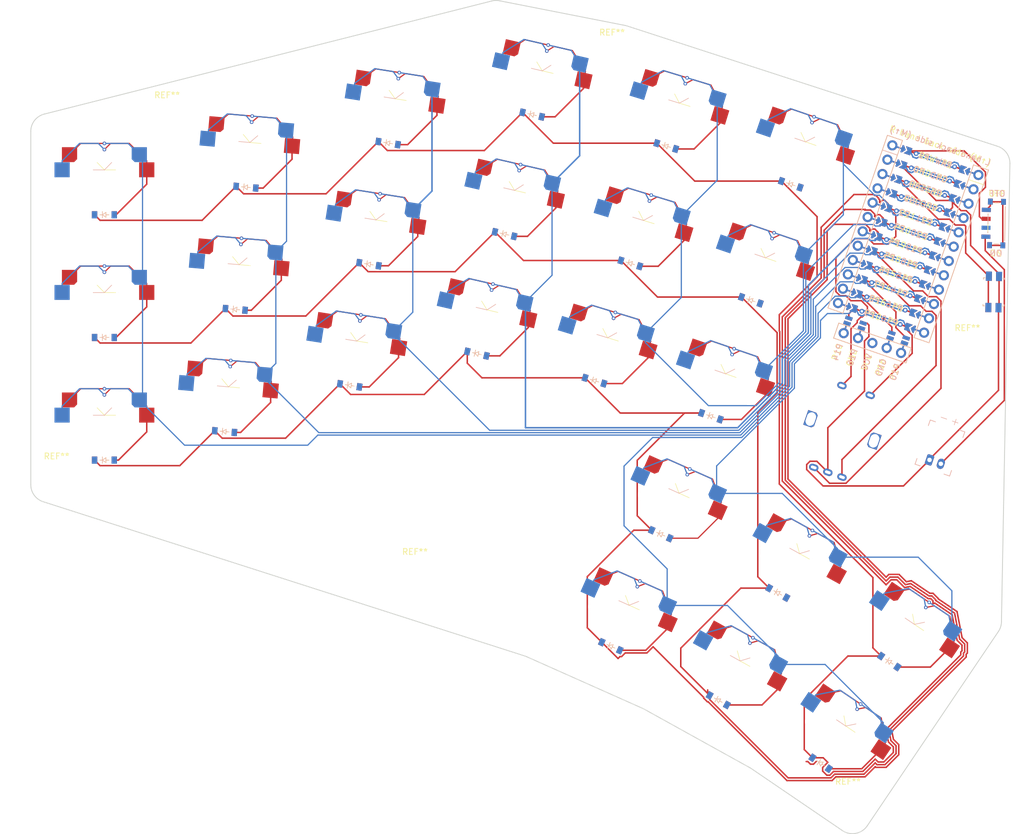
<source format=kicad_pcb>
(kicad_pcb (version 20241229) (generator "pcbnew") (generator_version "9.0")
  (title_block (title "keyboard") (rev "v1.0.0") (company "Unknown"))
  (layers (0 "F.Cu" signal) (2 "B.Cu" signal) (13 "F.Paste" user) (15 "B.Paste" user) (5 "F.SilkS" user "F.Silkscreen") (7 "B.SilkS" user "B.Silkscreen") (1 "F.Mask" user) (3 "B.Mask" user) (25 "Edge.Cuts" user))
  (net 0 "")
  (net 1 "left_bottom")
  (net 2 "P7")
  (net 3 "GND")
  (net 4 "left_middle")
  (net 5 "left_top")
  (net 6 "pinkie_bottom")
  (net 7 "P6")
  (net 8 "pinkie_middle")
  (net 9 "pinkie_top")
  (net 10 "ring_bottom")
  (net 11 "P5")
  (net 12 "ring_middle")
  (net 13 "ring_top")
  (net 14 "middle_bottom")
  (net 15 "P4")
  (net 16 "middle_middle")
  (net 17 "middle_top")
  (net 18 "index_bottom")
  (net 19 "P3")
  (net 20 "index_middle")
  (net 21 "index_top")
  (net 22 "right_bottom")
  (net 23 "P2")
  (net 24 "right_middle")
  (net 25 "right_top")
  (net 26 "P8")
  (net 27 "P9")
  (net 28 "center_top")
  (net 29 "center_bottom")
  (net 30 "P19")
  (net 31 "P20")
  (net 32 "P21")
  (net 33 "RAW")
  (net 34 "RST")
  (net 35 "VCC")
  (net 36 "P18")
  (net 37 "P15")
  (net 38 "P14")
  (net 39 "P16")
  (net 40 "P10")
  (net 41 "P1")
  (net 42 "P0")
  (net 43 "MCU1_24")
  (net 44 "MCU1_1")
  (net 45 "MCU1_23")
  (net 46 "MCU1_2")
  (net 47 "MCU1_22")
  (net 48 "MCU1_3")
  (net 49 "MCU1_21")
  (net 50 "MCU1_4")
  (net 51 "MCU1_20")
  (net 52 "MCU1_5")
  (net 53 "MCU1_19")
  (net 54 "MCU1_6")
  (net 55 "MCU1_18")
  (net 56 "MCU1_7")
  (net 57 "MCU1_17")
  (net 58 "MCU1_8")
  (net 59 "MCU1_16")
  (net 60 "MCU1_9")
  (net 61 "MCU1_15")
  (net 62 "MCU1_10")
  (net 63 "MCU1_14")
  (net 64 "MCU1_11")
  (net 65 "MCU1_13")
  (net 66 "MCU1_12")
  (net 67 "DISP1_1")
  (net 68 "DISP1_2")
  (net 69 "DISP1_4")
  (net 70 "DISP1_5")
  (net 71 "BAT_P")
  (footprint "ceoloide:diode_tht_sod123" (layer "F.Cu") (at 100 63.9)
    (property "Reference" "D3" (hide yes))
    (property "Value" "")
  )
  (footprint "MountingHole:MountingHole_2.2mm_M2" (layer "F.Cu") (at 152 123.5)
    (property "Reference" "REF**")
    (property "Value" "MountingHole_2.2mm_M2")
  )
  (footprint "ceoloide:diode_tht_sod123" (layer "F.Cu") (at 214.918367 58.785328 -19)
    (property "Reference" "D18" (hide yes))
    (property "Value" "")
  )
  (footprint "ceoloide:diode_tht_sod123" (layer "F.Cu") (at 212.743708 127.243175 -29)
    (property "Reference" "D22" (hide yes))
    (property "Value" "")
  )
  (footprint "ceoloide:diode_tht_sod123" (layer "F.Cu") (at 120.114221 100.218474 -5)
    (property "Reference" "D4" (hide yes))
    (property "Value" "")
  )
  (footprint "ceoloide:diode_tht_sod123" (layer "F.Cu") (at 100 84.45)
    (property "Reference" "D2" (hide yes))
    (property "Value" "")
  )
  (footprint "ceoloide:diode_tht_sod123" (layer "F.Cu") (at 202.780871 145.21661 -29)
    (property "Reference" "D21" (hide yes))
    (property "Value" "")
  )
  (footprint "MountingHole:MountingHole_2.2mm_M2" (layer "F.Cu") (at 185 36.5)
    (property "Reference" "REF**")
    (property "Value" "MountingHole_2.2mm_M2")
  )
  (footprint "ceoloide:mcu_nice_nano" (layer "F.Cu") (at 234.994726 66.755794 -19)
    (property "Reference" "MCU1" (hide yes))
    (property "Value" "")
  )
  (footprint "ceoloide:reset_switch_smd_side" (layer "F.Cu") (at 248.894664 76.83003 -91)
    (property "Reference" "RST1" (hide yes))
    (property "Value" "")
  )
  (footprint "ceoloide:diode_tht_sod123" (layer "F.Cu") (at 208.227942 78.215735 -19)
    (property "Reference" "D17" (hide yes))
    (property "Value" "")
  )
  (footprint "ceoloide:diode_tht_sod123" (layer "F.Cu") (at 201.537516 97.646142 -19)
    (property "Reference" "D16" (hide yes))
    (property "Value" "")
  )
  (footprint "ceoloide:diode_tht_sod123" (layer "F.Cu") (at 147.499244 51.884247 -9)
    (property "Reference" "D9" (hide yes))
    (property "Value" "")
  )
  (footprint "ceoloide:diode_tht_sod123" (layer "F.Cu") (at 144.284515 72.181242 -9)
    (property "Reference" "D8" (hide yes))
    (property "Value" "")
  )
  (footprint "ceoloide:diode_tht_sod123" (layer "F.Cu") (at 141.069787 92.478238 -9)
    (property "Reference" "D7" (hide yes))
    (property "Value" "")
  )
  (footprint "MountingHole:MountingHole_2.2mm_M2" (layer "F.Cu") (at 92 107.5)
    (property "Reference" "REF**")
    (property "Value" "MountingHole_2.2mm_M2")
  )
  (footprint "MountingHole:MountingHole_2.2mm_M2" (layer "F.Cu") (at 244.5 86)
    (property "Reference" "REF**")
    (property "Value" "MountingHole_2.2mm_M2")
  )
  (footprint "ceoloide:diode_tht_sod123" (layer "F.Cu") (at 231.412022 138.74789 -34)
    (property "Reference" "D24" (hide yes))
    (property "Value" "")
  )
  (footprint "ceoloide:power_switch_smd_side" (layer "F.Cu") (at 249.355703 65.35495 -1)
    (property "Reference" "PWR1" (hide yes))
    (property "Value" "")
  )
  (footprint "ceoloide:diode_tht_sod123" (layer "F.Cu") (at 188.059674 72.039771 -17)
    (property "Reference" "D14" (hide yes))
    (property "Value" "")
  )
  (footprint "MountingHole:MountingHole_2.2mm_M2" (layer "F.Cu") (at 110.5 47)
    (property "Reference" "REF**")
    (property "Value" "MountingHole_2.2mm_M2")
  )
  (footprint "ceoloide:diode_tht_sod123" (layer "F.Cu") (at 100 105)
    (property "Reference" "D1" (hide yes))
    (property "Value" "")
  )
  (footprint "ceoloide:display_nice_view" (layer "F.Cu") (at 234.018022 69.592349 -19)
    (property "Reference" "DISP1" (hide yes))
    (property "Value" "")
  )
  (footprint "ceoloide:diode_tht_sod123" (layer "F.Cu") (at 193.143731 117.409289 -24)
    (property "Reference" "D20" (hide yes))
    (property "Value" "")
  )
  (footprint "ceoloide:diode_tht_sod123" (layer "F.Cu") (at 123.696322 59.274871 -5)
    (property "Reference" "D6" (hide yes))
    (property "Value" "")
  )
  (footprint "ceoloide:diode_tht_sod123" (layer "F.Cu") (at 162.365234 87.159416 -13)
    (property "Reference" "D10" (hide yes))
    (property "Value" "")
  )
  (footprint "ceoloide:diode_tht_sod123" (layer "F.Cu") (at 194.067913 52.387709 -17)
    (property "Reference" "D15" (hide yes))
    (property "Value" "")
  )
  (footprint "ceoloide:diode_tht_sod123" (layer "F.Cu") (at 121.905272 79.746673 -5)
    (property "Reference" "D5" (hide yes))
    (property "Value" "")
  )
  (footprint "ceoloide:rotary_encoder_ec11_ec12" (layer "F.Cu") (at 223.567284 99.943496 -19)
    (property "Reference" "RE1" (hide yes))
    (property "Value" "")
  )
  (footprint "ceoloide:diode_tht_sod123" (layer "F.Cu") (at 171.610722 47.112807 -13)
    (property "Reference" "D12" (hide yes))
    (property "Value" "")
  )
  (footprint "ceoloide:diode_tht_sod123" (layer "F.Cu") (at 184.785293 136.182649 -24)
    (property "Reference" "D19" (hide yes))
    (property "Value" "")
  )
  (footprint "MountingHole:MountingHole_2.2mm_M2" (layer "F.Cu") (at 224.5 162)
    (property "Reference" "REF**")
    (property "Value" "MountingHole_2.2mm_M2")
  )
  (footprint "ceoloide:diode_tht_sod123" (layer "F.Cu") (at 166.987978 67.136112 -13)
    (property "Reference" "D11" (hide yes))
    (property "Value" "")
  )
  (footprint "ceoloide:diode_tht_sod123" (layer "F.Cu") (at 219.920608 155.784612 -34)
    (property "Reference" "D23" (hide yes))
    (property "Value" "")
  )
  (footprint "ceoloide:diode_tht_sod123" (layer "F.Cu") (at 182.051436 91.691834 -17)
    (property "Reference" "D13" (hide yes))
    (property "Value" "")
  )
  (footprint "ceoloide:switch_mx" (layer "B.Cu") (at 163.489989 82.287566 -13)
    (property "Reference" "S10" (hide yes))
    (property "Value" "")
  )
  (footprint "ceoloide:switch_mx" (layer "B.Cu") (at 100 58.9)
    (property "Reference" "S3" (hide yes))
    (property "Value" "")
  )
  (footprint "ceoloide:switch_mx" (layer "B.Cu") (at 215.167756 122.870076 -29)
    (property "Reference" "S22" (hide yes))
    (property "Value" "")
  )
  (footprint "ceoloide:battery_connector_jst_ph_2" (layer "B.Cu") (at 239.095063 105.290139 161)
    (property "Reference" "JST1" (hide yes))
    (property "Value" "")
  )
  (footprint "ceoloide:switch_mx" (layer "B.Cu") (at 141.85196 87.539796 -9)
    (property "Reference" "S7" (hide yes))
    (property "Value" "")
  )
  (footprint "ceoloide:switch_mx" (layer "B.Cu") (at 205.204919 140.843511 -29)
    (property "Reference" "S21" (hide yes))
    (property "Value" "")
  )
  (footprint "ceoloide:switch_mx" (layer "B.Cu") (at 195.529771 47.606185 -17)
    (property "Reference" "S15" (hide yes))
    (property "Value" "")
  )
  (footprint "ceoloide:switch_mx" (layer "B.Cu") (at 195.177414 112.841562 -24)
    (property "Reference" "S20" (hide yes))
    (property "Value" "")
  )
  (footprint "ceoloide:switch_mx" (layer "B.Cu") (at 124.132101 54.293898 -5)
    (property "Reference" "S6" (hide yes))
    (property "Value" "")
  )
  (footprint "ceoloide:switch_mx" (layer "B.Cu") (at 216.546208 54.057735 -19)
    (property "Reference" "S18" (hide yes))
    (property "Value" "")
  )
  (footprint "ceoloide:switch_mx" (layer "B.Cu") (at 100 79.45)
    (property "Reference" "S2" (hide yes))
    (property "Value" "")
  )
  (footprint "ceoloide:switch_mx" (layer "B.Cu") (at 120.55 95.2375 -5)
    (property "Reference" "S4" (hide yes))
    (property "Value" "")
  )
  (footprint "ceoloide:switch_mx" (layer "B.Cu") (at 122.341051 74.765699 -5)
    (property "Reference" "S5" (hide yes))
    (property "Value" "")
  )
  (footprint "ceoloide:switch_mx" (layer "B.Cu") (at 183.513294 86.91031 -17)
    (property "Reference" "S13" (hide yes))
    (property "Value" "")
  )
  (footprint "ceoloide:switch_mx" (layer "B.Cu") (at 148.281416 46.945805 -9)
    (property "Reference" "S9" (hide yes))
    (property "Value" "")
  )
  (footprint "ceoloide:switch_mx" (layer "B.Cu") (at 209.855782 73.488142 -19)
    (property "Reference" "S17" (hide yes))
    (property "Value" "")
  )
  (footprint "ceoloide:switch_mx" (layer "B.Cu") (at 203.165357 92.918549 -19)
    (property "Reference" "S16" (hide yes))
    (property "Value" "")
  )
  (footprint "ceoloide:switch_mx" (layer "B.Cu") (at 172.735478 42.240956 -13)
    (property "Reference" "S12" (hide yes))
    (property "Value" "")
  )
  (footprint "ceoloide:switch_mx" (layer "B.Cu") (at 189.521533 67.258247 -17)
    (property "Reference" "S14" (hide yes))
    (property "Value" "")
  )
  (footprint "ceoloide:switch_mx" (layer "B.Cu") (at 222.716572 151.639424 -34)
    (property "Reference" "S23" (hide yes))
    (property "Value" "")
  )
  (footprint "ceoloide:switch_mx" (layer "B.Cu") (at 234.207987 134.602702 -34)
    (property "Reference" "S24" (hide yes))
    (property "Value" "")
  )
  (footprint "ceoloide:switch_mx" (layer "B.Cu") (at 168.112734 62.264261 -13)
    (property "Reference" "S11" (hide yes))
    (property "Value" "")
  )
  (footprint "ceoloide:switch_mx" (layer "B.Cu") (at 100 100)
    (property "Reference" "S1" (hide yes))
    (property "Value" "")
  )
  (footprint "ceoloide:switch_mx" (layer "B.Cu") (at 145.066688 67.242801 -9)
    (property "Reference" "S8" (hide yes))
    (property "Value" "")
  )
  (footprint "ceoloide:switch_mx" (layer "B.Cu") (at 186.818976 131.614921 -24)
    (property "Reference" "S19" (hide yes))
    (property "Value" "")
  )
  (gr_line (start 87.67 109.113725) (end 87.67 49.93327) (stroke (width 0.15)) (layer "Edge.Cuts"))
  (gr_arc (start 87.67 49.93327) (mid 88.302875 48.09025) (end 89.934481 47.024832) (stroke (width 0.15)) (layer "Edge.Cuts"))
  (gr_line (start 166.158514 28.045546) (end 187.166559 32.175226) (stroke (width 0.15)) (layer "Edge.Cuts"))
  (gr_line (start 249.67971 133.714566) (end 227.729151 166.257607) (stroke (width 0.15)) (layer "Edge.Cuts"))
  (gr_arc (start 208.093263 156.542103) (mid 208.21227 156.611691) (end 208.327954 156.686673) (stroke (width 0.15)) (layer "Edge.Cuts"))
  (gr_line (start 208.093263 156.542102) (end 190.354446 146.709315) (stroke (width 0.15)) (layer "Edge.Cuts"))
  (gr_arc (start 89.754328 111.970567) (mid 88.246468 110.881914) (end 87.67 109.113725) (stroke (width 0.15)) (layer "Edge.Cuts"))
  (gr_arc (start 170.3838 137.813841) (mid 170.538302 137.868054) (end 170.689616 137.930616) (stroke (width 0.15)) (layer "Edge.Cuts"))
  (gr_line (start 251.60813 55.325978) (end 250.192087 132.092316) (stroke (width 0.15)) (layer "Edge.Cuts"))
  (gr_arc (start 227.729152 166.257606) (mid 225.807621 167.526232) (end 223.552919 167.059318) (stroke (width 0.15)) (layer "Edge.Cuts"))
  (gr_arc (start 164.84434 28.080772) (mid 165.499474 27.990287) (end 166.158514 28.045546) (stroke (width 0.15)) (layer "Edge.Cuts"))
  (gr_line (start 170.383801 137.813842) (end 89.754328 111.970567) (stroke (width 0.15)) (layer "Edge.Cuts"))
  (gr_line (start 89.934481 47.024832) (end 164.84434 28.080773) (stroke (width 0.15)) (layer "Edge.Cuts"))
  (gr_line (start 223.552918 167.059318) (end 208.327954 156.686672) (stroke (width 0.15)) (layer "Edge.Cuts"))
  (gr_arc (start 250.192087 132.092316) (mid 250.053301 132.940522) (end 249.67971 133.714566) (stroke (width 0.15)) (layer "Edge.Cuts"))
  (gr_line (start 187.514956 32.265721) (end 249.535692 52.41748) (stroke (width 0.15)) (layer "Edge.Cuts"))
  (gr_line (start 190.121504 146.593107) (end 170.689616 137.930616) (stroke (width 0.15)) (layer "Edge.Cuts"))
  (gr_arc (start 190.121504 146.593107) (mid 190.239236 146.648683) (end 190.354445 146.709315) (stroke (width 0.15)) (layer "Edge.Cuts"))
  (gr_arc (start 249.535692 52.41748) (mid 251.05185 53.529751) (end 251.60813 55.325978) (stroke (width 0.15)) (layer "Edge.Cuts"))
  (gr_arc (start 187.166559 32.175226) (mid 187.342116 32.215243) (end 187.514956 32.265721) (stroke (width 0.15)) (layer "Edge.Cuts"))
  (segment (start 218.212351 155.937003) (end 218.725281 155.937003) (width 0.25) (layer "F.Cu") (net 0))
  (segment (start 248.33457 61.68657) (end 248.33457 62.400678) (width 0.25) (layer "F.Cu") (net 0))
  (segment (start 250.41683 69.024028) (end 250.41683 61.852543) (width 0.25) (layer "F.Cu") (net 0))
  (segment (start 218.725281 155.937003) (end 219.176518 155.485766) (width 0.25) (layer "F.Cu") (net 0))
  (segment (start 248.37314 61.72514) (end 248.33457 61.68657) (width 0.25) (layer "F.Cu") (net 0))
  (segment (start 250.544233 61.72514) (end 248.37314 61.72514) (width 0.25) (layer "F.Cu") (net 0))
  (segment (start 250.41683 61.852543) (end 250.544233 61.72514) (width 0.25) (layer "F.Cu") (net 0))
  (segment (start 217.775348 155.5) (end 218.212351 155.937003) (width 0.25) (layer "F.Cu") (net 0))
  (segment (start 248.33457 62.400678) (end 247.660235 63.075013) (width 0.25) (layer "F.Cu") (net 0))
  (segment (start 250.41683 69.024028) (end 248.245737 69.024028) (width 0.25) (layer "F.Cu") (net 0))
  (segment (start 248.245737 69.024028) (end 248.207167 68.985458) (width 0.25) (layer "F.Cu") (net 0))
  (segment (start 217.5 155.5) (end 217.775348 155.5) (width 0.25) (layer "F.Cu") (net 0))
  (segment (start 203.2931 112.032568) (end 202.682995 113.402886) (width 0.2) (layer "F.Cu") (net 1))
  (segment (start 107.085 95.96) (end 107.085 97.46) (width 0.2) (layer "F.Cu") (net 1))
  (segment (start 202.682995 113.402886) (end 202.682995 114.771181) (width 0.2) (layer "F.Cu") (net 1))
  (segment (start 107.085 100.265) (end 107.085 97.46) (width 0.25) (layer "F.Cu") (net 1))
  (segment (start 201.813725 108.178664) (end 203.2931 112.032568) (width 0.2) (layer "F.Cu") (net 1))
  (segment (start 198.947933 106.902731) (end 201.813725 108.178664) (width 0.2) (layer "F.Cu") (net 1))
  (segment (start 100 94.07) (end 101.029 93.041) (width 0.2) (layer "F.Cu") (net 1))
  (segment (start 101.65 105) (end 102.35 105) (width 0.25) (layer "F.Cu") (net 1))
  (segment (start 197.589363 107.424237) (end 198.947933 106.902731) (width 0.2) (layer "F.Cu") (net 1))
  (segment (start 101.029 93.041) (end 104.166 93.041) (width 0.2) (layer "F.Cu") (net 1))
  (segment (start 104.166 93.041) (end 107.085 95.96) (width 0.2) (layer "F.Cu") (net 1))
  (segment (start 202.682995 114.771181) (end 199.373772 118.080404) (width 0.2) (layer "F.Cu") (net 1))
  (segment (start 199.373772 118.080404) (end 194.651081 118.080404) (width 0.2) (layer "F.Cu") (net 1))
  (segment (start 102.35 105) (end 107.085 100.265) (width 0.25) (layer "F.Cu") (net 1))
  (via (at 197.589363 107.424237) (size 0.6) (drill 0.3) (layers "F.Cu" "B.Cu") (net 1))
  (via (at 100 94.07) (size 0.6) (drill 0.3) (layers "F.Cu" "B.Cu") (net 1))
  (segment (start 189.738056 107.639427) (end 190.348161 106.269109) (width 0.2) (layer "B.Cu") (net 1))
  (segment (start 197.067856 106.065667) (end 197.589363 107.424237) (width 0.2) (layer "B.Cu") (net 1))
  (segment (start 92.915 97.46) (end 92.915 95.96) (width 0.2) (layer "B.Cu") (net 1))
  (segment (start 98.971 93.041) (end 100 94.07) (width 0.2) (layer "B.Cu") (net 1))
  (segment (start 95.834 93.041) (end 98.971 93.041) (width 0.2) (layer "B.Cu") (net 1))
  (segment (start 190.348161 106.269109) (end 194.202064 104.789734) (width 0.2) (layer "B.Cu") (net 1))
  (segment (start 194.202064 104.789734) (end 197.067856 106.065667) (width 0.2) (layer "B.Cu") (net 1))
  (segment (start 92.915 95.96) (end 95.834 93.041) (width 0.2) (layer "B.Cu") (net 1))
  (segment (start 94.158 94.92) (end 96.037 93.041) (width 0.2) (layer "F.Cu") (net 2))
  (segment (start 236.201805 77.91685) (end 234.901717 77.469194) (width 0.25) (layer "F.Cu") (net 2))
  (segment (start 94.158 53.82) (end 96.037 51.941) (width 0.2) (layer "F.Cu") (net 2))
  (segment (start 96.037 51.941) (end 100 51.941) (width 0.2) (layer "F.Cu") (net 2))
  (segment (start 94.158 74.37) (end 96.037 72.491) (width 0.2) (layer "F.Cu") (net 2))
  (segment (start 96.037 72.491) (end 100 72.491) (width 0.2) (layer "F.Cu") (net 2))
  (segment (start 96.037 93.041) (end 100 93.041) (width 0.2) (layer "F.Cu") (net 2))
  (via (at 100 51.941) (size 0.6) (drill 0.3) (layers "F.Cu" "B.Cu") (net 2))
  (via (at 100 72.491) (size 0.6) (drill 0.3) (layers "F.Cu" "B.Cu") (net 2))
  (via (at 100 93.041) (size 0.6) (drill 0.3) (layers "F.Cu" "B.Cu") (net 2))
  (segment (start 226.592704 75.387073) (end 227.172102 74.807675) (width 0.2) (layer "B.Cu") (net 2))
  (segment (start 100 72.491) (end 103.963 72.4905) (width 0.2) (layer "B.Cu") (net 2))
  (segment (start 206.537109 100.802) (end 214.728001 92.611108) (width 0.2) (layer "B.Cu") (net 2))
  (segment (start 105.842 53.82) (end 106.381 54.359) (width 0.2) (layer "B.Cu") (net 2))
  (segment (start 135.7349 100.802) (end 206.537109 100.802) (width 0.2) (layer "B.Cu") (net 2))
  (segment (start 103.963 72.491) (end 105.842 74.37) (width 0.2) (layer "B.Cu") (net 2))
  (segment (start 105.842 74.37) (end 106.381 74.909) (width 0.2) (layer "B.Cu") (net 2))
  (segment (start 229.149286 75.731726) (end 234.609367 77.611783) (width 0.25) (layer "B.Cu") (net 2))
  (segment (start 214.728 88.538455) (end 219.088388 84.178067) (width 0.2) (layer "B.Cu") (net 2))
  (segment (start 106.381 94.381) (end 105.842 94.92) (width 0.2) (layer "B.Cu") (net 2))
  (segment (start 103.963 93.041) (end 105.842 94.92) (width 0.2) (layer "B.Cu") (net 2))
  (segment (start 227.502746 74.921524) (end 227.95221 75.843062) (width 0.25) (layer "B.Cu") (net 2))
  (segment (start 214.728001 92.611108) (end 214.728 88.538455) (width 0.2) (layer "B.Cu") (net 2))
  (segment (start 100 51.941) (end 103.963 51.9405) (width 0.2) (layer "B.Cu") (net 2))
  (segment (start 227.95221 75.843062) (end 228.520098 76.038601) (width 0.25) (layer "B.Cu") (net 2))
  (segment (start 113.422 102.5) (end 134.0369 102.5) (width 0.2) (layer "B.Cu") (net 2))
  (segment (start 105.842 94.92) (end 113.422 102.5) (width 0.2) (layer "B.Cu") (net 2))
  (segment (start 225.765266 75.387073) (end 226.592704 75.387073) (width 0.2) (layer "B.Cu") (net 2))
  (segment (start 100 93.041) (end 103.963 93.0405) (width 0.2) (layer "B.Cu") (net 2))
  (segment (start 106.381 54.359) (end 106.381 73.831) (width 0.2) (layer "B.Cu") (net 2))
  (segment (start 134.0369 102.5) (end 135.7349 100.802) (width 0.2) (layer "B.Cu") (net 2))
  (segment (start 103.963 51.941) (end 105.842 53.82) (width 0.2) (layer "B.Cu") (net 2))
  (segment (start 228.520098 76.038601) (end 229.149286 75.731726) (width 0.25) (layer "B.Cu") (net 2))
  (segment (start 106.381 74.909) (end 106.381 94.381) (width 0.2) (layer "B.Cu") (net 2))
  (segment (start 219.088388 84.178067) (end 219.088388 79.222062) (width 0.2) (layer "B.Cu") (net 2))
  (segment (start 106.381 73.831) (end 105.842 74.37) (width 0.2) (layer "B.Cu") (net 2))
  (segment (start 225.510244 75.132051) (end 225.765266 75.387073) (width 0.2) (layer "B.Cu") (net 2))
  (segment (start 219.088388 79.222062) (end 223.178399 75.132051) (width 0.2) (layer "B.Cu") (net 2))
  (segment (start 227.172103 74.807674) (end 227.502746 74.921524) (width 0.25) (layer "B.Cu") (net 2))
  (segment (start 223.178399 75.132051) (end 225.510244 75.132051) (width 0.2) (layer "B.Cu") (net 2))
  (segment (start 238.149544 104.850456) (end 249.698722 93.301278) (width 0.25) (layer "F.Cu") (net 3))
  (segment (start 233.787647 55.594737) (end 235.087735 56.042393) (width 0.25) (layer "F.Cu") (net 3))
  (segment (start 241.990407 61.763228) (end 241.990407 61.10553) (width 0.25) (layer "F.Cu") (net 3))
  (segment (start 221.125523 107.034885) (end 219.283804 105.193166) (width 0.25) (layer "F.Cu") (net 3))
  (segment (start 241.990407 61.10553) (end 240.690319 60.657874) (width 0.25) (layer "F.Cu") (net 3))
  (segment (start 228 84.300427) (end 227.263537 85.03689) (width 0.25) (layer "F.Cu") (net 3))
  (segment (start 228 82.373197) (end 228 84.300427) (width 0.25) (layer "F.Cu") (net 3))
  (segment (start 217.578939 106.578939) (end 220.327605 109.327605) (width 0.25) (layer "F.Cu") (net 3))
  (segment (start 217.578939 105.74756) (end 217.578939 106.578939) (width 0.25) (layer "F.Cu") (net 3))
  (segment (start 249.790347 79.37784) (end 249.698722 79.469465) (width 0.25) (layer "F.Cu") (net 3))
  (segment (start 241.163464 63.507147) (end 239.863376 63.059491) (width 0.25) (layer "F.Cu") (net 3))
  (segment (start 249.698722 93.301278) (end 249.698722 79.469465) (width 0.25) (layer "F.Cu") (net 3))
  (segment (start 241.595937 61.5) (end 239.25 61.5) (width 0.25) (layer "F.Cu") (net 3))
  (segment (start 221.125523 99.567129) (end 221.125523 107.034885) (width 0.25) (layer "F.Cu") (net 3))
  (segment (start 241.990407 61.10553) (end 241.595937 61.5) (width 0.25) (layer "F.Cu") (net 3))
  (segment (start 233.787647 56.037647) (end 233.787647 55.594737) (width 0.25) (layer "F.Cu") (net 3))
  (segment (start 245.029464 69.029464) (end 245.029464 63.946273) (width 0.25) (layer "F.Cu") (net 3))
  (segment (start 218.133333 105.193166) (end 217.578939 105.74756) (width 0.25) (layer "F.Cu") (net 3))
  (segment (start 227.263537 85.03689) (end 227.263537 93.429115) (width 0.25) (layer "F.Cu") (net 3))
  (segment (start 227.042172 82.049942) (end 227.676745 82.049942) (width 0.25) (layer "F.Cu") (net 3))
  (segment (start 227.263537 93.429115) (end 221.125523 99.567129) (width 0.25) (layer "F.Cu") (net 3))
  (segment (start 220.327605 109.327605) (end 233.78651 109.327605) (width 0.25) (layer "F.Cu") (net 3))
  (segment (start 238.149544 104.964571) (end 238.149544 104.850456) (width 0.25) (layer "F.Cu") (net 3))
  (segment (start 249.790347 74.220264) (end 249.790347 73.790347) (width 0.25) (layer "F.Cu") (net 3))
  (segment (start 249.790347 73.790347) (end 245.029464 69.029464) (width 0.25) (layer "F.Cu") (net 3))
  (segment (start 244.290963 63.207772) (end 243.434951 63.207772) (width 0.25) (layer "F.Cu") (net 3))
  (segment (start 241.163463 63.507148) (end 241.990407 62.680204) (width 0.25) (layer "F.Cu") (net 3))
  (segment (start 227.676745 82.049942) (end 228 82.373197) (width 0.25) (layer "F.Cu") (net 3))
  (segment (start 241.990407 62.680204) (end 241.990407 61.10553) (width 0.25) (layer "F.Cu") (net 3))
  (segment (start 233.78651 109.327605) (end 238.149544 104.964571) (width 0.25) (layer "F.Cu") (net 3))
  (segment (start 245.029464 63.946273) (end 244.290963 63.207772) (width 0.25) (layer "F.Cu") (net 3))
  (segment (start 239.25 61.5) (end 233.787647 56.037647) (width 0.25) (layer "F.Cu") (net 3))
  (segment (start 243.434951 63.207772) (end 241.990407 61.763228) (width 0.25) (layer "F.Cu") (net 3))
  (segment (start 249.790347 74.220264) (end 249.790347 79.37784) (width 0.25) (layer "F.Cu") (net 3))
  (segment (start 219.283804 105.193166) (end 218.133333 105.193166) (width 0.25) (layer "F.Cu") (net 3))
  (segment (start 242.486707 58.590063) (end 242.037243 57.668525) (width 0.25) (layer "B.Cu") (net 3))
  (segment (start 232.464404 60.511821) (end 232.913868 61.433359) (width 0.25) (layer "B.Cu") (net 3))
  (segment (start 234.937887 58.920406) (end 240.397969 60.800462) (width 0.25) (layer "B.Cu") (net 3))
  (segment (start 234.308699 59.227281) (end 234.937887 58.920406) (width 0.25) (layer "B.Cu") (net 3))
  (segment (start 242.037243 57.668525) (end 241.469355 57.472986) (width 0.25) (layer "B.Cu") (net 3))
  (segment (start 242.81735 58.703913) (end 242.486707 58.590063) (width 0.25) (layer "B.Cu") (net 3))
  (segment (start 241.469355 57.472986) (end 240.827456 57.786061) (width 0.25) (layer "B.Cu") (net 3))
  (segment (start 234.110944 61.322023) (end 239.571026 63.20208) (width 0.25) (layer "B.Cu") (net 3))
  (segment (start 232.913868 61.433359) (end 233.481756 61.628898) (width 0.25) (layer "B.Cu") (net 3))
  (segment (start 233.291347 58.110204) (end 233.740811 59.031742) (width 0.25) (layer "B.Cu") (net 3))
  (segment (start 240.827456 57.786061) (end 235.367375 55.906004) (width 0.25) (layer "B.Cu") (net 3))
  (segment (start 232.960704 57.996354) (end 233.291347 58.110204) (width 0.25) (layer "B.Cu") (net 3))
  (segment (start 233.481756 61.628898) (end 234.110944 61.322023) (width 0.25) (layer "B.Cu") (net 3))
  (segment (start 233.740811 59.031742) (end 234.308699 59.227281) (width 0.25) (layer "B.Cu") (net 3))
  (segment (start 232.133761 60.397971) (end 232.464404 60.511821) (width 0.25) (layer "B.Cu") (net 3))
  (segment (start 107.085 75.41) (end 107.085 76.91) (width 0.2) (layer "F.Cu") (net 4))
  (segment (start 101.65 84.45) (end 101.955247 84.45) (width 0.25) (layer "F.Cu") (net 4))
  (segment (start 104.166 72.491) (end 107.085 75.41) (width 0.2) (layer "F.Cu") (net 4))
  (segment (start 101.029 72.491) (end 104.166 72.491) (width 0.2) (layer "F.Cu") (net 4))
  (segment (start 107.085 79.320247) (end 107.085 76.91) (width 0.25) (layer "F.Cu") (net 4))
  (segment (start 101.955247 84.45) (end 107.085 79.320247) (width 0.25) (layer "F.Cu") (net 4))
  (segment (start 100 73.52) (end 101.029 72.491) (width 0.2) (layer "F.Cu") (net 4))
  (via (at 100 73.52) (size 0.6) (drill 0.3) (layers "F.Cu" "B.Cu") (net 4))
  (segment (start 92.915 75.41) (end 95.834 72.491) (width 0.2) (layer "B.Cu") (net 4))
  (segment (start 98.971 72.491) (end 100 73.52) (width 0.2) (layer "B.Cu") (net 4))
  (segment (start 95.834 72.491) (end 98.971 72.491) (width 0.2) (layer "B.Cu") (net 4))
  (segment (start 92.915 76.91) (end 92.915 75.41) (width 0.2) (layer "B.Cu") (net 4))
  (segment (start 107.085 54.86) (end 107.085 56.36) (width 0.2) (layer "F.Cu") (net 5))
  (segment (start 107.085 58.770247) (end 107.085 56.36) (width 0.25) (layer "F.Cu") (net 5))
  (segment (start 190.646236 136.853764) (end 194.324557 133.175443) (width 0.25) (layer "F.Cu") (net 5))
  (segment (start 194.324557 133.175443) (end 194.324557 132.176245) (width 0.25) (layer "F.Cu") (net 5))
  (segment (start 104.166 51.941) (end 107.085 54.86) (width 0.2) (layer "F.Cu") (net 5))
  (segment (start 101.029 51.941) (end 104.166 51.941) (width 0.2) (layer "F.Cu") (net 5))
  (segment (start 100 52.97) (end 101.029 51.941) (width 0.2) (layer "F.Cu") (net 5))
  (segment (start 189.230925 126.197597) (end 190.589495 125.67609) (width 0.2) (layer "F.Cu") (net 5))
  (segment (start 101.65 63.9) (end 101.955247 63.9) (width 0.25) (layer "F.Cu") (net 5))
  (segment (start 186.292643 136.853764) (end 190.646236 136.853764) (width 0.25) (layer "F.Cu") (net 5))
  (segment (start 194.934662 130.805927) (end 194.324557 132.176245) (width 0.2) (layer "F.Cu") (net 5))
  (segment (start 193.455287 126.952023) (end 194.934662 130.805927) (width 0.2) (layer "F.Cu") (net 5))
  (segment (start 101.955247 63.9) (end 107.085 58.770247) (width 0.25) (layer "F.Cu") (net 5))
  (segment (start 190.589495 125.67609) (end 193.455287 126.952023) (width 0.2) (layer "F.Cu") (net 5))
  (via (at 189.230925 126.197597) (size 0.6) (drill 0.3) (layers "F.Cu" "B.Cu") (net 5))
  (via (at 100 52.97) (size 0.6) (drill 0.3) (layers "F.Cu" "B.Cu") (net 5))
  (segment (start 92.915 54.86) (end 95.834 51.941) (width 0.2) (layer "B.Cu") (net 5))
  (segment (start 185.843626 123.563094) (end 188.709418 124.839026) (width 0.2) (layer "B.Cu") (net 5))
  (segment (start 181.379618 126.412787) (end 181.989723 125.042468) (width 0.2) (layer "B.Cu") (net 5))
  (segment (start 92.915 56.36) (end 92.915 54.86) (width 0.2) (layer "B.Cu") (net 5))
  (segment (start 181.989723 125.042468) (end 185.843626 123.563094) (width 0.2) (layer "B.Cu") (net 5))
  (segment (start 188.709418 124.839026) (end 189.230925 126.197597) (width 0.2) (layer "B.Cu") (net 5))
  (segment (start 95.834 51.941) (end 98.971 51.941) (width 0.2) (layer "B.Cu") (net 5))
  (segment (start 98.971 51.941) (end 100 52.97) (width 0.2) (layer "B.Cu") (net 5))
  (segment (start 127.829415 95.336752) (end 127.829415 93.324664) (width 0.25) (layer "F.Cu") (net 6))
  (segment (start 125.306664 88.668072) (end 127.960149 91.830372) (width 0.2) (layer "F.Cu") (net 6))
  (segment (start 122.181601 88.394664) (end 125.306664 88.668072) (width 0.2) (layer "F.Cu") (net 6))
  (segment (start 121.757942 100.362281) (end 122.803886 100.362281) (width 0.25) (layer "F.Cu") (net 6))
  (segment (start 121.066834 89.330065) (end 122.181601 88.394664) (width 0.2) (layer "F.Cu") (net 6))
  (segment (start 122.803886 100.362281) (end 127.829415 95.336752) (width 0.25) (layer "F.Cu") (net 6))
  (segment (start 127.960149 91.830372) (end 127.829415 93.324664) (width 0.2) (layer "F.Cu") (net 6))
  (via (at 121.066834 89.330065) (size 0.6) (drill 0.3) (layers "F.Cu" "B.Cu") (net 6))
  (segment (start 113.84407 90.595375) (end 117.00637 87.94189) (width 0.2) (layer "B.Cu") (net 6))
  (segment (start 113.713336 92.089667) (end 113.84407 90.595375) (width 0.2) (layer "B.Cu") (net 6))
  (segment (start 120.131433 88.215298) (end 121.066834 89.330065) (width 0.2) (layer "B.Cu") (net 6))
  (segment (start 117.00637 87.94189) (end 120.131433 88.215298) (width 0.2) (layer "B.Cu") (net 6))
  (segment (start 117.208597 87.959583) (end 121.156517 88.304981) (width 0.2) (layer "F.Cu") (net 7))
  (segment (start 118.755083 48.724065) (end 120.790698 47.015981) (width 0.2) (layer "F.Cu") (net 7))
  (segment (start 116.964032 69.195866) (end 118.999648 67.487782) (width 0.2) (layer "F.Cu") (net 7))
  (segment (start 120.790698 47.015981) (end 124.738618 47.361379) (width 0.2) (layer "F.Cu") (net 7))
  (segment (start 237.028748 75.515233) (end 235.72866 75.067577) (width 0.25) (layer "F.Cu") (net 7))
  (segment (start 115.172982 89.667667) (end 117.208597 87.959583) (width 0.2) (layer "F.Cu") (net 7))
  (segment (start 118.999648 67.487782) (end 122.947567 67.83318) (width 0.2) (layer "F.Cu") (net 7))
  (via (at 121.156517 88.304981) (size 0.6) (drill 0.3) (layers "F.Cu" "B.Cu") (net 7))
  (via (at 122.947567 67.83318) (size 0.6) (drill 0.3) (layers "F.Cu" "B.Cu") (net 7))
  (via (at 124.738618 47.361379) (size 0.6) (drill 0.3) (layers "F.Cu" "B.Cu") (net 7))
  (segment (start 126.895487 68.178578) (end 128.603571 70.214194) (width 0.2) (layer "B.Cu") (net 7))
  (segment (start 126.812521 90.685995) (end 126.812521 91.312521) (width 0.2) (layer "B.Cu") (net 7))
  (segment (start 128.70272 88.795796) (end 126.812521 90.685995) (width 0.2) (layer "B.Cu") (net 7))
  (segment (start 124.738618 47.361379) (end 128.686581 47.706279) (width 0.2) (layer "B.Cu") (net 7))
  (segment (start 126.812521 91.312521) (end 127 91.5) (width 0.2) (layer "B.Cu") (net 7))
  (segment (start 226.331577 72.724824) (end 226.592209 72.985456) (width 0.2) (layer "B.Cu") (net 7))
  (segment (start 214.327 88.372355) (end 218.687388 84.011967) (width 0.2) (layer "B.Cu") (net 7))
  (segment (start 130.49377 49.841541) (end 130.49377 68.323996) (width 0.2) (layer "B.Cu") (net 7))
  (segment (start 121.156517 88.304981) (end 125.10448 88.649881) (width 0.2) (layer "B.Cu") (net 7))
  (segment (start 206.371009 100.401) (end 214.327001 92.445008) (width 0.2) (layer "B.Cu") (net 7))
  (segment (start 229.347041 73.636984) (end 229.976229 73.330109) (width 0.25) (layer "B.Cu") (net 7))
  (segment (start 130.49377 68.323996) (end 128.603572 70.214194) (width 0.2) (layer "B.Cu") (net 7))
  (segment (start 224.010951 72.724824) (end 226.331577 72.724824) (width 0.2) (layer "B.Cu") (net 7))
  (segment (start 218.687388 84.011967) (end 218.687388 78.048387) (width 0.2) (layer "B.Cu") (net 7))
  (segment (start 130.394622 49.742393) (end 130.49377 49.841541) (width 0.2) (layer "B.Cu") (net 7))
  (segment (start 228.329689 72.519907) (end 228.779153 73.441445) (width 0.25) (layer "B.Cu") (net 7))
  (segment (start 226.592209 72.985456) (end 227.419647 72.985456) (width 0.2) (layer "B.Cu") (net 7))
  (segment (start 122.947567 67.83318) (end 126.89553 68.17808) (width 0.2) (layer "B.Cu") (net 7))
  (segment (start 126.812521 91.312521) (end 135.901 100.401) (width 0.2) (layer "B.Cu") (net 7))
  (segment (start 128.70272 70.313342) (end 128.70272 88.795796) (width 0.2) (layer "B.Cu") (net 7))
  (segment (start 228.779153 73.441445) (end 229.347041 73.636984) (width 0.25) (layer "B.Cu") (net 7))
  (segment (start 229.976229 73.330109) (end 235.43631 75.210166) (width 0.25) (layer "B.Cu") (net 7))
  (segment (start 135.901 100.401) (end 206.371009 100.401) (width 0.2) (layer "B.Cu") (net 7))
  (segment (start 125.104436 88.650379) (end 126.812521 90.685995) (width 0.2) (layer "B.Cu") (net 7))
  (segment (start 218.687388 78.048387) (end 224.010951 72.724824) (width 0.2) (layer "B.Cu") (net 7))
  (segment (start 128.686537 47.706777) (end 130.394622 49.742393) (width 0.2) (layer "B.Cu") (net 7))
  (segment (start 227.419647 72.985456) (end 227.999045 72.406058) (width 0.2) (layer "B.Cu") (net 7))
  (segment (start 227.999046 72.406057) (end 228.329689 72.519907) (width 0.25) (layer "B.Cu") (net 7))
  (segment (start 214.327001 92.445008) (end 214.327 88.372355) (width 0.2) (layer "B.Cu") (net 7))
  (segment (start 128.603572 70.214194) (end 128.70272 70.313342) (width 0.2) (layer "B.Cu") (net 7))
  (segment (start 127.097714 68.196271) (end 129.751199 71.358571) (width 0.2) (layer "F.Cu") (net 8))
  (segment (start 123.972652 67.922863) (end 127.097714 68.196271) (width 0.2) (layer "F.Cu") (net 8))
  (segment (start 123.548993 79.89048) (end 124.594937 79.89048) (width 0.25) (layer "F.Cu") (net 8))
  (segment (start 129.620466 74.864951) (end 129.620466 72.852863) (width 0.25) (layer "F.Cu") (net 8))
  (segment (start 129.751199 71.358571) (end 129.620466 72.852863) (width 0.2) (layer "F.Cu") (net 8))
  (segment (start 124.594937 79.89048) (end 129.620466 74.864951) (width 0.25) (layer "F.Cu") (net 8))
  (segment (start 122.857884 68.858264) (end 123.972652 67.922863) (width 0.2) (layer "F.Cu") (net 8))
  (via (at 122.857884 68.858264) (size 0.6) (drill 0.3) (layers "F.Cu" "B.Cu") (net 8))
  (segment (start 118.79742 67.470089) (end 121.922483 67.743497) (width 0.2) (layer "B.Cu") (net 8))
  (segment (start 115.63512 70.123574) (end 118.79742 67.470089) (width 0.2) (layer "B.Cu") (net 8))
  (segment (start 121.922483 67.743497) (end 122.857884 68.858264) (width 0.2) (layer "B.Cu") (net 8))
  (segment (start 115.504387 71.617866) (end 115.63512 70.123574) (width 0.2) (layer "B.Cu") (net 8))
  (segment (start 131.411516 54.588484) (end 131.411516 52.381062) (width 0.25) (layer "F.Cu") (net 9))
  (segment (start 131.54225 50.88677) (end 131.411516 52.381062) (width 0.2) (layer "F.Cu") (net 9))
  (segment (start 128.888765 47.72447) (end 131.54225 50.88677) (width 0.2) (layer "F.Cu") (net 9))
  (segment (start 125.763702 47.451062) (end 128.888765 47.72447) (width 0.2) (layer "F.Cu") (net 9))
  (segment (start 124.648935 48.386463) (end 125.763702 47.451062) (width 0.2) (layer "F.Cu") (net 9))
  (segment (start 126.581322 59.418678) (end 131.411516 54.588484) (width 0.25) (layer "F.Cu") (net 9))
  (segment (start 125.340043 59.418678) (end 126.581322 59.418678) (width 0.25) (layer "F.Cu") (net 9))
  (via (at 124.648935 48.386463) (size 0.6) (drill 0.3) (layers "F.Cu" "B.Cu") (net 9))
  (segment (start 117.426171 49.651773) (end 120.588471 46.998288) (width 0.2) (layer "B.Cu") (net 9))
  (segment (start 117.295437 51.146065) (end 117.426171 49.651773) (width 0.2) (layer "B.Cu") (net 9))
  (segment (start 120.588471 46.998288) (end 123.713534 47.271696) (width 0.2) (layer "B.Cu") (net 9))
  (segment (start 123.713534 47.271696) (end 124.648935 48.386463) (width 0.2) (layer "B.Cu") (net 9))
  (segment (start 149.481727 84.657873) (end 149.247075 86.139406) (width 0.2) (layer "F.Cu") (net 10))
  (segment (start 147.055297 81.318179) (end 149.481727 84.657873) (width 0.2) (layer "F.Cu") (net 10))
  (segment (start 149.247075 87.832072) (end 149.247075 86.139406) (width 0.25) (layer "F.Cu") (net 10))
  (segment (start 143.956918 80.827444) (end 147.055297 81.318179) (width 0.2) (layer "F.Cu") (net 10))
  (segment (start 142.779616 81.682804) (end 143.956918 80.827444) (width 0.2) (layer "F.Cu") (net 10))
  (segment (start 144.342792 92.736355) (end 149.247075 87.832072) (width 0.25) (layer "F.Cu") (net 10))
  (segment (start 142.699473 92.736355) (end 144.342792 92.736355) (width 0.25) (layer "F.Cu") (net 10))
  (via (at 142.779616 81.682804) (size 0.6) (drill 0.3) (layers "F.Cu" "B.Cu") (net 10))
  (segment (start 135.486183 82.441197) (end 138.825877 80.014767) (width 0.2) (layer "B.Cu") (net 10))
  (segment (start 135.251531 83.922729) (end 135.486183 82.441197) (width 0.2) (layer "B.Cu") (net 10))
  (segment (start 138.825877 80.014767) (end 141.924256 80.505502) (width 0.2) (layer "B.Cu") (net 10))
  (segment (start 141.924256 80.505502) (end 142.779616 81.682804) (width 0.2) (layer "B.Cu") (net 10))
  (segment (start 140.0913 61.311454) (end 142.241106 59.749528) (width 0.2) (layer "F.Cu") (net 11))
  (segment (start 143.306028 41.014458) (end 145.455835 39.452532) (width 0.2) (layer "F.Cu") (net 11))
  (segment (start 237.855691 73.113616) (end 236.555603 72.66596) (width 0.25) (layer "F.Cu") (net 11))
  (segment (start 145.455835 39.452532) (end 149.370043 40.072482) (width 0.2) (layer "F.Cu") (net 11))
  (segment (start 142.241106 59.749528) (end 146.155315 60.369477) (width 0.2) (layer "F.Cu") (net 11))
  (segment (start 136.876571 81.608449) (end 139.026378 80.046523) (width 0.2) (layer "F.Cu") (net 11))
  (segment (start 139.026378 80.046523) (end 142.940587 80.666473) (width 0.2) (layer "F.Cu") (net 11))
  (via (at 142.940587 80.666473) (size 0.6) (drill 0.3) (layers "F.Cu" "B.Cu") (net 11))
  (via (at 146.155315 60.369477) (size 0.6) (drill 0.3) (layers "F.Cu" "B.Cu") (net 11))
  (via (at 149.370043 40.072482) (size 0.6) (drill 0.3) (layers "F.Cu" "B.Cu") (net 11))
  (segment (start 148.416722 83.916722) (end 164.5 100) (width 0.2) (layer "B.Cu") (net 11))
  (segment (start 164.5 100) (end 206.204909 100) (width 0.2) (layer "B.Cu") (net 11))
  (segment (start 228.24659 70.583839) (end 228.825989 70.00444) (width 0.2) (layer "B.Cu") (net 11))
  (segment (start 154.846178 42.842238) (end 154.846178 59.924506) (width 0.25) (layer "B.Cu") (net 11))
  (segment (start 148.416722 83.436229) (end 148.436229 83.436229) (width 0.2) (layer "B.Cu") (net 11))
  (segment (start 228.825989 70.00444) (end 229.156632 70.11829) (width 0.25) (layer "B.Cu") (net 11))
  (segment (start 146.854796 81.286423) (end 148.416722 83.436229) (width 0.2) (layer "B.Cu") (net 11))
  (segment (start 224.837894 70.323207) (end 227.158521 70.323207) (width 0.2) (layer "B.Cu") (net 11))
  (segment (start 142.940587 80.666473) (end 146.854874 81.285929) (width 0.2) (layer "B.Cu") (net 11))
  (segment (start 227.158521 70.323207) (end 227.419153 70.583839) (width 0.2) (layer "B.Cu") (net 11))
  (segment (start 227.419153 70.583839) (end 228.24659 70.583839) (width 0.2) (layer "B.Cu") (net 11))
  (segment (start 148.416722 83.436229) (end 148.416722 83.916722) (width 0.2) (layer "B.Cu") (net 11))
  (segment (start 153.284252 40.692432) (end 154.846178 42.842239) (width 0.2) (layer "B.Cu") (net 11))
  (segment (start 229.156632 70.11829) (end 229.606096 71.039828) (width 0.25) (layer "B.Cu") (net 11))
  (segment (start 151.63145 80.221501) (end 148.416722 83.436229) (width 0.2) (layer "B.Cu") (net 11))
  (segment (start 151.63145 63.139234) (end 151.63145 80.221501) (width 0.2) (layer "B.Cu") (net 11))
  (segment (start 146.155315 60.369477) (end 150.069602 60.988933) (width 0.2) (layer "B.Cu") (net 11))
  (segment (start 213.926 88.206255) (end 218.286388 83.845867) (width 0.2) (layer "B.Cu") (net 11))
  (segment (start 154.846178 59.924506) (end 151.63145 63.139234) (width 0.25) (layer "B.Cu") (net 11))
  (segment (start 148.436229 83.436229) (end 149 84) (width 0.2) (layer "B.Cu") (net 11))
  (segment (start 218.286388 76.874713) (end 224.837894 70.323207) (width 0.2) (layer "B.Cu") (net 11))
  (segment (start 206.204909 100) (end 213.926001 92.278908) (width 0.2) (layer "B.Cu") (net 11))
  (segment (start 213.926001 92.278908) (end 213.926 88.206255) (width 0.2) (layer "B.Cu") (net 11))
  (segment (start 150.069524 60.989427) (end 151.63145 63.139234) (width 0.2) (layer "B.Cu") (net 11))
  (segment (start 230.803172 70.928492) (end 236.263253 72.808548) (width 0.25) (layer "B.Cu") (net 11))
  (segment (start 218.286388 83.845867) (end 218.286388 76.874713) (width 0.2) (layer "B.Cu") (net 11))
  (segment (start 230.173984 71.235367) (end 230.803172 70.928492) (width 0.25) (layer "B.Cu") (net 11))
  (segment (start 229.606096 71.039828) (end 230.173984 71.235367) (width 0.25) (layer "B.Cu") (net 11))
  (segment (start 149.370043 40.072482) (end 153.284331 40.691938) (width 0.2) (layer "B.Cu") (net 11))
  (segment (start 150.270025 61.021183) (end 152.696455 64.360878) (width 0.2) (layer "F.Cu") (net 12))
  (segment (start 145.994344 61.385809) (end 147.171646 60.530448) (width 0.2) (layer "F.Cu") (net 12))
  (segment (start 152.461803 67.535077) (end 152.461803 65.842411) (width 0.25) (layer "F.Cu") (net 12))
  (segment (start 147.171646 60.530448) (end 150.270025 61.021183) (width 0.2) (layer "F.Cu") (net 12))
  (segment (start 152.696455 64.360878) (end 152.461803 65.84241) (width 0.2) (layer "F.Cu") (net 12))
  (segment (start 145.914201 72.439359) (end 147.557521 72.439359) (width 0.25) (layer "F.Cu") (net 12))
  (segment (start 147.557521 72.439359) (end 152.461803 67.535077) (width 0.25) (layer "F.Cu") (net 12))
  (via (at 145.994344 61.385809) (size 0.6) (drill 0.3) (layers "F.Cu" "B.Cu") (net 12))
  (segment (start 145.138984 60.208506) (end 145.994344 61.385809) (width 0.2) (layer "B.Cu") (net 12))
  (segment (start 138.466259 63.625734) (end 138.700911 62.144201) (width 0.2) (layer "B.Cu") (net 12))
  (segment (start 142.040606 59.717772) (end 145.138984 60.208506) (width 0.2) (layer "B.Cu") (net 12))
  (segment (start 138.700911 62.144201) (end 142.040606 59.717772) (width 0.2) (layer "B.Cu") (net 12))
  (segment (start 150.772248 52.142364) (end 155.676531 47.238081) (width 0.25) (layer "F.Cu") (net 13))
  (segment (start 149.209072 41.088813) (end 150.386375 40.233453) (width 0.2) (layer "F.Cu") (net 13))
  (segment (start 155.676531 47.238081) (end 155.676531 45.545415) (width 0.25) (layer "F.Cu") (net 13))
  (segment (start 149.12893 52.142364) (end 150.772248 52.142364) (width 0.25) (layer "F.Cu") (net 13))
  (segment (start 153.484753 40.724188) (end 155.911183 44.063883) (width 0.2) (layer "F.Cu") (net 13))
  (segment (start 155.911183 44.063883) (end 155.676531 45.545415) (width 0.2) (layer "F.Cu") (net 13))
  (segment (start 150.386375 40.233453) (end 153.484753 40.724188) (width 0.2) (layer "F.Cu") (net 13))
  (via (at 149.209072 41.088813) (size 0.6) (drill 0.3) (layers "F.Cu" "B.Cu") (net 13))
  (segment (start 145.255334 39.420776) (end 148.353712 39.911511) (width 0.2) (layer "B.Cu") (net 13))
  (segment (start 148.353712 39.911511) (end 149.209072 41.088813) (width 0.2) (layer "B.Cu") (net 13))
  (segment (start 141.680988 43.328739) (end 141.915639 41.847206) (width 0.2) (layer "B.Cu") (net 13))
  (segment (start 141.915639 41.847206) (end 145.255334 39.420776) (width 0.2) (layer "B.Cu") (net 13))
  (segment (start 166.05805 75.738399) (end 169.114649 76.444071) (width 0.2) (layer "F.Cu") (net 14))
  (segment (start 166.214768 87.530585) (end 170.964777 82.780576) (width 0.25) (layer "F.Cu") (net 14))
  (segment (start 170.964777 82.780576) (end 170.964777 81.406444) (width 0.25) (layer "F.Cu") (net 14))
  (segment (start 163.972945 87.530585) (end 166.214768 87.530585) (width 0.25) (layer "F.Cu") (net 14))
  (segment (start 171.302204 79.944889) (end 170.964777 81.406444) (width 0.2) (layer "F.Cu") (net 14))
  (segment (start 164.823949 76.509552) (end 166.05805 75.738399) (width 0.2) (layer "F.Cu") (net 14))
  (segment (start 169.114649 76.444071) (end 171.302204 79.944889) (width 0.2) (layer "F.Cu") (net 14))
  (via (at 164.823949 76.509552) (size 0.6) (drill 0.3) (layers "F.Cu" "B.Cu") (net 14))
  (segment (start 164.052797 75.27545) (end 164.823949 76.509552) (width 0.2) (layer "B.Cu") (net 14))
  (segment (start 157.49538 76.757333) (end 160.996198 74.569779) (width 0.2) (layer "B.Cu") (net 14))
  (segment (start 157.157953 78.218888) (end 157.49538 76.757333) (width 0.2) (layer "B.Cu") (net 14))
  (segment (start 160.996198 74.569779) (end 164.052797 75.27545) (width 0.2) (layer "B.Cu") (net 14))
  (segment (start 168.185959 35.976992) (end 170.439484 34.568834) (width 0.2) (layer "F.Cu") (net 15))
  (segment (start 170.439484 34.568834) (end 174.300912 35.460315) (width 0.2) (layer "F.Cu") (net 15))
  (segment (start 158.940471 76.023602) (end 161.193995 74.615444) (width 0.2) (layer "F.Cu") (net 15))
  (segment (start 238.682634 70.711999) (end 237.382546 70.264343) (width 0.25) (layer "F.Cu") (net 15))
  (segment (start 163.563215 56.000297) (end 165.816739 54.592139) (width 0.2) (layer "F.Cu") (net 15))
  (segment (start 161.193995 74.615444) (end 165.055424 75.506925) (width 0.2) (layer "F.Cu") (net 15))
  (segment (start 165.816739 54.592139) (end 169.678168 55.48362) (width 0.2) (layer "F.Cu") (net 15))
  (via (at 169.678168 55.48362) (size 0.6) (drill 0.3) (layers "F.Cu" "B.Cu") (net 15))
  (via (at 174.300912 35.460315) (size 0.6) (drill 0.3) (layers "F.Cu" "B.Cu") (net 15))
  (via (at 165.055424 75.506925) (size 0.6) (drill 0.3) (layers "F.Cu" "B.Cu") (net 15))
  (segment (start 168.916852 76.398406) (end 170.325011 78.65193) (width 0.2) (layer "B.Cu") (net 15))
  (segment (start 174.300912 35.460315) (end 178.162453 36.351309) (width 0.2) (layer "B.Cu") (net 15))
  (segment (start 165.055424 75.506925) (end 168.916965 76.397919) (width 0.2) (layer "B.Cu") (net 15))
  (segment (start 170.5 99.574) (end 206.028454 99.574) (width 0.25) (layer "B.Cu") (net 15))
  (segment (start 230.433039 68.63821) (end 231.000927 68.83375) (width 0.25) (layer "B.Cu") (net 15))
  (segment (start 213.5 88.0298) (end 217.860388 83.669413) (width 0.25) (layer "B.Cu") (net 15))
  (segment (start 174.947755 58.628625) (end 174.947755 74.029185) (width 0.2) (layer "B.Cu") (net 15))
  (segment (start 225.698489 67.852582) (end 227.881103 67.852582) (width 0.25) (layer "B.Cu") (net 15))
  (segment (start 206.028454 99.574) (end 213.5 92.102454) (width 0.25) (layer "B.Cu") (net 15))
  (segment (start 173.539597 56.375101) (end 174.947755 58.628625) (width 0.2) (layer "B.Cu") (net 15))
  (segment (start 213.5 92.102454) (end 213.5 88.0298) (width 0.25) (layer "B.Cu") (net 15))
  (segment (start 228.235742 68.207221) (end 229.048534 68.207221) (width 0.25) (layer "B.Cu") (net 15))
  (segment (start 229.048534 68.207221) (end 229.652932 67.602823) (width 0.25) (layer "B.Cu") (net 15))
  (segment (start 217.860388 83.669413) (end 217.860388 75.690683) (width 0.25) (layer "B.Cu") (net 15))
  (segment (start 217.860388 75.690683) (end 225.698489 67.852582) (width 0.25) (layer "B.Cu") (net 15))
  (segment (start 231.000927 68.83375) (end 231.630115 68.526874) (width 0.25) (layer "B.Cu") (net 15))
  (segment (start 170.32501 78.65193) (end 170.5 78.82692) (width 0.25) (layer "B.Cu") (net 15))
  (segment (start 170.5 78.82692) (end 170.5 99.574) (width 0.25) (layer "B.Cu") (net 15))
  (segment (start 178.162341 36.351796) (end 179.570499 38.605321) (width 0.2) (layer "B.Cu") (net 15))
  (segment (start 229.652932 67.602823) (end 229.983575 67.716672) (width 0.25) (layer "B.Cu") (net 15))
  (segment (start 174.947755 74.029185) (end 170.32501 78.65193) (width 0.2) (layer "B.Cu") (net 15))
  (segment (start 179.570499 38.60532) (end 179.570499 54.005881) (width 0.25) (layer "B.Cu") (net 15))
  (segment (start 169.678168 55.48362) (end 173.539709 56.374614) (width 0.2) (layer "B.Cu") (net 15))
  (segment (start 231.630115 68.526874) (end 237.090196 70.406931) (width 0.25) (layer "B.Cu") (net 15))
  (segment (start 179.570499 54.005881) (end 174.947755 58.628625) (width 0.25) (layer "B.Cu") (net 15))
  (segment (start 229.983575 67.716672) (end 230.433039 68.63821) (width 0.25) (layer "B.Cu") (net 15))
  (segment (start 227.881103 67.852582) (end 228.235742 68.207221) (width 0.25) (layer "B.Cu") (net 15))
  (segment (start 175.924948 59.921584) (end 175.587521 61.38314) (width 0.2) (layer "F.Cu") (net 16))
  (segment (start 168.595689 67.507281) (end 170.837512 67.507281) (width 0.25) (layer "F.Cu") (net 16))
  (segment (start 170.837512 67.507281) (end 175.587522 62.757271) (width 0.25) (layer "F.Cu") (net 16))
  (segment (start 175.587522 62.757271) (end 175.587522 61.383139) (width 0.25) (layer "F.Cu") (net 16))
  (segment (start 169.446693 56.486247) (end 170.680795 55.715095) (width 0.2) (layer "F.Cu") (net 16))
  (segment (start 170.680795 55.715095) (end 173.737394 56.420766) (width 0.2) (layer "F.Cu") (net 16))
  (segment (start 173.737394 56.420766) (end 175.924948 59.921584) (width 0.2) (layer "F.Cu") (net 16))
  (via (at 169.446693 56.486247) (size 0.6) (drill 0.3) (layers "F.Cu" "B.Cu") (net 16))
  (segment (start 161.780697 58.195583) (end 162.118124 56.734028) (width 0.2) (layer "B.Cu") (net 16))
  (segment (start 165.618942 54.546474) (end 168.675541 55.252145) (width 0.2) (layer "B.Cu") (net 16))
  (segment (start 162.118124 56.734028) (end 165.618942 54.546474) (width 0.2) (layer "B.Cu") (net 16))
  (segment (start 168.675541 55.252145) (end 169.446693 56.486247) (width 0.2) (layer "B.Cu") (net 16))
  (segment (start 180.210266 42.733966) (end 180.210266 41.359834) (width 0.25) (layer "F.Cu") (net 17))
  (segment (start 173.218433 47.483976) (end 175.460256 47.483976) (width 0.25) (layer "F.Cu") (net 17))
  (segment (start 178.360138 36.397461) (end 180.547692 39.89828) (width 0.2) (layer "F.Cu") (net 17))
  (segment (start 174.069438 36.462942) (end 175.303539 35.69179) (width 0.2) (layer "F.Cu") (net 17))
  (segment (start 175.303539 35.69179) (end 178.360138 36.397461) (width 0.2) (layer "F.Cu") (net 17))
  (segment (start 175.460256 47.483976) (end 180.210266 42.733966) (width 0.25) (layer "F.Cu") (net 17))
  (segment (start 180.547692 39.89828) (end 180.210265 41.359835) (width 0.2) (layer "F.Cu") (net 17))
  (via (at 174.069438 36.462942) (size 0.6) (drill 0.3) (layers "F.Cu" "B.Cu") (net 17))
  (segment (start 170.241686 34.523169) (end 173.298285 35.228841) (width 0.2) (layer "B.Cu") (net 17))
  (segment (start 166.740868 36.710723) (end 170.241686 34.523169) (width 0.2) (layer "B.Cu") (net 17))
  (segment (start 166.403442 38.172278) (end 166.740868 36.710723) (width 0.2) (layer "B.Cu") (net 17))
  (segment (start 173.298285 35.228841) (end 174.069438 36.462942) (width 0.2) (layer "B.Cu") (net 17))
  (segment (start 191.469895 85.118292) (end 191.031337 86.55275) (width 0.2) (layer "F.Cu") (net 18))
  (segment (start 191.031337 87.859864) (end 191.031337 86.552749) (width 0.25) (layer "F.Cu") (net 18))
  (segment (start 186.716954 92.174247) (end 191.031337 87.859864) (width 0.25) (layer "F.Cu") (net 18))
  (segment (start 186.531947 80.556236) (end 189.531875 81.473406) (width 0.2) (layer "F.Cu") (net 18))
  (segment (start 189.531875 81.473406) (end 191.469895 85.118292) (width 0.2) (layer "F.Cu") (net 18))
  (segment (start 185.247058 81.239423) (end 186.531947 80.556236) (width 0.2) (layer "F.Cu") (net 18))
  (segment (start 183.629339 92.174247) (end 186.716954 92.174247) (width 0.25) (layer "F.Cu") (net 18))
  (via (at 185.247058 81.239423) (size 0.6) (drill 0.3) (layers "F.Cu" "B.Cu") (net 18))
  (segment (start 181.563943 79.037365) (end 184.563871 79.954535) (width 0.2) (layer "B.Cu") (net 18))
  (segment (start 177.919057 80.975385) (end 181.563943 79.037365) (width 0.2) (layer "B.Cu") (net 18))
  (segment (start 184.563871 79.954535) (end 185.247058 81.239423) (width 0.2) (layer "B.Cu") (net 18))
  (segment (start 177.480499 82.409843) (end 177.919057 80.975385) (width 0.2) (layer "B.Cu") (net 18))
  (segment (start 181.758073 79.096716) (end 185.547909 80.255385) (width 0.2) (layer "F.Cu") (net 19))
  (segment (start 179.41181 80.344246) (end 181.758073 79.096716) (width 0.2) (layer "F.Cu") (net 19))
  (segment (start 191.428287 41.040121) (end 193.77455 39.792591) (width 0.2) (layer "F.Cu") (net 19))
  (segment (start 185.420049 60.692184) (end 187.766312 59.444654) (width 0.2) (layer "F.Cu") (net 19))
  (segment (start 187.766312 59.444654) (end 191.556147 60.603323) (width 0.2) (layer "F.Cu") (net 19))
  (segment (start 193.77455 39.792591) (end 197.564386 40.95126) (width 0.2) (layer "F.Cu") (net 19))
  (segment (start 239.509577 68.310382) (end 238.209489 67.862725) (width 0.25) (layer "F.Cu") (net 19))
  (via (at 191.556147 60.603323) (size 0.6) (drill 0.3) (layers "F.Cu" "B.Cu") (net 19))
  (via (at 185.547909 80.255385) (size 0.6) (drill 0.3) (layers "F.Cu" "B.Cu") (net 19))
  (via (at 197.564386 40.95126) (size 0.6) (drill 0.3) (layers "F.Cu" "B.Cu") (net 19))
  (segment (start 202.601752 44.456192) (end 202.601752 58.100016) (width 0.2) (layer "B.Cu") (net 19))
  (segment (start 213 92) (end 213 87.927347) (width 0.2) (layer "B.Cu") (net 19))
  (segment (start 230.479875 65.201206) (end 230.810518 65.315055) (width 0.25) (layer "B.Cu") (net 19))
  (segment (start 217.434388 73.565613) (end 225.480028 65.519972) (width 0.2) (layer "B.Cu") (net 19))
  (segment (start 231.82787 66.432133) (end 232.457058 66.125257) (width 0.25) (layer "B.Cu") (net 19))
  (segment (start 195.345983 61.761992) (end 196.593513 64.108255) (width 0.2) (layer "B.Cu") (net 19))
  (segment (start 185.547909 80.255385) (end 189.337891 81.413576) (width 0.2) (layer "B.Cu") (net 19))
  (segment (start 232.457058 66.125257) (end 237.917139 68.005314) (width 0.25) (layer "B.Cu") (net 19))
  (segment (start 228.812407 65.519972) (end 229.073039 65.780604) (width 0.2) (layer "B.Cu") (net 19))
  (segment (start 229.900477 65.780604) (end 230.479875 65.201206) (width 0.2) (layer "B.Cu") (net 19))
  (segment (start 196.593514 77.752078) (end 190.585275 83.760317) (width 0.2) (layer "B.Cu") (net 19))
  (segment (start 190.585275 85.327707) (end 201.131003 95.873435) (width 0.2) (layer "B.Cu") (net 19))
  (segment (start 231.259982 66.236593) (end 231.82787 66.432133) (width 0.25) (layer "B.Cu") (net 19))
  (segment (start 202.601752 58.100016) (end 196.593514 64.108254) (width 0.2) (layer "B.Cu") (net 19))
  (segment (start 189.337745 81.414054) (end 190.585275 83.760317) (width 0.2) (layer "B.Cu") (net 19))
  (segment (start 191.556147 60.603323) (end 195.346129 61.761514) (width 0.2) (layer "B.Cu") (net 19))
  (segment (start 213 87.927347) (end 217.434388 83.492959) (width 0.2) (layer "B.Cu") (net 19))
  (segment (start 209.126565 95.873435) (end 213 92) (width 0.2) (layer "B.Cu") (net 19))
  (segment (start 197.564386 40.95126) (end 201.354368 42.109451) (width 0.2) (layer "B.Cu") (net 19))
  (segment (start 225.480028 65.519972) (end 228.812407 65.519972) (width 0.2) (layer "B.Cu") (net 19))
  (segment (start 201.354222 42.109929) (end 202.601752 44.456192) (width 0.2) (layer "B.Cu") (net 19))
  (segment (start 190.585275 83.760317) (end 190.585275 85.327707) (width 0.2) (layer "B.Cu") (net 19))
  (segment (start 196.593514 64.108254) (end 196.593514 77.752078) (width 0.2) (layer "B.Cu") (net 19))
  (segment (start 230.810518 65.315055) (end 231.259982 66.236593) (width 0.25) (layer "B.Cu") (net 19))
  (segment (start 229.073039 65.780604) (end 229.900477 65.780604) (width 0.2) (layer "B.Cu") (net 19))
  (segment (start 217.434388 83.492959) (end 217.434388 73.565613) (width 0.2) (layer "B.Cu") (net 19))
  (segment (start 201.131003 95.873435) (end 209.126565 95.873435) (width 0.2) (layer "B.Cu") (net 19))
  (segment (start 189.637577 72.522184) (end 192.725193 72.522184) (width 0.25) (layer "F.Cu") (net 20))
  (segment (start 197.478134 65.46623) (end 197.039576 66.900687) (width 0.2) (layer "F.Cu") (net 20))
  (segment (start 191.255297 61.58736) (end 192.540185 60.904173) (width 0.2) (layer "F.Cu") (net 20))
  (segment (start 192.725193 72.522184) (end 197.039576 68.207801) (width 0.25) (layer "F.Cu") (net 20))
  (segment (start 197.039576 68.207801) (end 197.039576 66.900686) (width 0.25) (layer "F.Cu") (net 20))
  (segment (start 192.540185 60.904173) (end 195.540113 61.821343) (width 0.2) (layer "F.Cu") (net 20))
  (segment (start 195.540113 61.821343) (end 197.478134 65.46623) (width 0.2) (layer "F.Cu") (net 20))
  (via (at 191.255297 61.58736) (size 0.6) (drill 0.3) (layers "F.Cu" "B.Cu") (net 20))
  (segment (start 183.488738 62.75778) (end 183.927295 61.323323) (width 0.2) (layer "B.Cu") (net 20))
  (segment (start 183.927295 61.323323) (end 187.572182 59.385302) (width 0.2) (layer "B.Cu") (net 20))
  (segment (start 187.572182 59.385302) (end 190.57211 60.302472) (width 0.2) (layer "B.Cu") (net 20))
  (segment (start 190.57211 60.302472) (end 191.255297 61.58736) (width 0.2) (layer "B.Cu") (net 20))
  (segment (start 201.548352 42.16928) (end 203.486372 45.814167) (width 0.2) (layer "F.Cu") (net 21))
  (segment (start 197.263535 41.935298) (end 198.548424 41.25211) (width 0.2) (layer "F.Cu") (net 21))
  (segment (start 195.645816 52.870122) (end 198.733431 52.870122) (width 0.25) (layer "F.Cu") (net 21))
  (segment (start 203.486372 45.814167) (end 203.047815 47.248624) (width 0.2) (layer "F.Cu") (net 21))
  (segment (start 198.733431 52.870122) (end 203.047814 48.555739) (width 0.25) (layer "F.Cu") (net 21))
  (segment (start 203.047814 48.555739) (end 203.047814 47.248624) (width 0.25) (layer "F.Cu") (net 21))
  (segment (start 198.548424 41.25211) (end 201.548352 42.16928) (width 0.2) (layer "F.Cu") (net 21))
  (via (at 197.263535 41.935298) (size 0.6) (drill 0.3) (layers "F.Cu" "B.Cu") (net 21))
  (segment (start 189.935534 41.67126) (end 193.58042 39.733239) (width 0.2) (layer "B.Cu") (net 21))
  (segment (start 196.580348 40.650409) (end 197.263535 41.935298) (width 0.2) (layer "B.Cu") (net 21))
  (segment (start 193.58042 39.733239) (end 196.580348 40.650409) (width 0.2) (layer "B.Cu") (net 21))
  (segment (start 189.496976 43.105717) (end 189.935534 41.67126) (width 0.2) (layer "B.Cu") (net 21))
  (segment (start 206.653578 98.183329) (end 210.691299 94.145608) (width 0.25) (layer "F.Cu") (net 22))
  (segment (start 206.403924 86.673695) (end 209.370016 87.695002) (width 0.2) (layer "F.Cu") (net 22))
  (segment (start 238.290338 139.670558) (end 241.502068 136.458828) (width 0.25) (layer "F.Cu") (net 22))
  (segment (start 241.553181 131.163027) (end 242.340857 135.215272) (width 0.2) (layer "F.Cu") (net 22))
  (segment (start 242.340857 135.215272) (end 241.502068 136.458828) (width 0.2) (layer "F.Cu") (net 22))
  (segment (start 211.179651 91.405304) (end 210.691299 92.823582) (width 0.2) (layer "F.Cu") (net 22))
  (segment (start 203.097622 98.183329) (end 206.653578 98.183329) (width 0.25) (layer "F.Cu") (net 22))
  (segment (start 209.370016 87.695002) (end 211.179651 91.405304) (width 0.2) (layer "F.Cu") (net 22))
  (segment (start 237.524001 129.686509) (end 238.95249 129.408839) (width 0.2) (layer "F.Cu") (net 22))
  (segment (start 205.095976 87.311624) (end 206.403924 86.673695) (width 0.2) (layer "F.Cu") (net 22))
  (segment (start 210.691299 94.145608) (end 210.691299 92.823582) (width 0.25) (layer "F.Cu") (net 22))
  (segment (start 238.95249 129.408839) (end 241.553181 131.163027) (width 0.2) (layer "F.Cu") (net 22))
  (segment (start 232.779934 139.670558) (end 238.290338 139.670558) (width 0.25) (layer "F.Cu") (net 22))
  (via (at 205.095976 87.311624) (size 0.6) (drill 0.3) (layers "F.Cu" "B.Cu") (net 22))
  (via (at 237.524001 129.686509) (size 0.6) (drill 0.3) (layers "F.Cu" "B.Cu") (net 22))
  (segment (start 201.491955 84.982368) (end 204.458047 86.003675) (width 0.2) (layer "B.Cu") (net 22))
  (segment (start 234.64564 126.503832) (end 237.246331 128.25802) (width 0.2) (layer "B.Cu") (net 22))
  (segment (start 197.781653 86.792003) (end 201.491955 84.982368) (width 0.2) (layer "B.Cu") (net 22))
  (segment (start 197.293301 88.210281) (end 197.781653 86.792003) (width 0.2) (layer "B.Cu") (net 22))
  (segment (start 230.593395 127.291509) (end 234.64564 126.503832) (width 0.2) (layer "B.Cu") (net 22))
  (segment (start 204.458047 86.003675) (end 205.095976 87.311624) (width 0.2) (layer "B.Cu") (net 22))
  (segment (start 237.246331 128.25802) (end 237.524001 129.686509) (width 0.2) (layer "B.Cu") (net 22))
  (segment (start 229.754606 128.535065) (end 230.593395 127.291509) (width 0.2) (layer "B.Cu") (net 22))
  (segment (start 199.295524 86.213345) (end 201.683896 85.048458) (width 0.2) (layer "F.Cu") (net 23))
  (segment (start 201.683896 85.048458) (end 205.430986 86.338685) (width 0.2) (layer "F.Cu") (net 23))
  (segment (start 208.374321 65.618052) (end 212.121411 66.908278) (width 0.2) (layer "F.Cu") (net 23))
  (segment (start 215.064747 46.187645) (end 218.811837 47.477872) (width 0.2) (layer "F.Cu") (net 23))
  (segment (start 212.676375 47.352532) (end 215.064747 46.187645) (width 0.2) (layer "F.Cu") (net 23))
  (segment (start 205.985949 66.782939) (end 208.374321 65.618052) (width 0.2) (layer "F.Cu") (net 23))
  (segment (start 240.33652 65.908764) (end 239.036432 65.461108) (width 0.25) (layer "F.Cu") (net 23))
  (via (at 205.430986 86.338685) (size 0.6) (drill 0.3) (layers "F.Cu" "B.Cu") (net 23))
  (via (at 218.811837 47.477872) (size 0.6) (drill 0.3) (layers "F.Cu" "B.Cu") (net 23))
  (via (at 212.121411 66.908278) (size 0.6) (drill 0.3) (layers "F.Cu" "B.Cu") (net 23))
  (segment (start 218.811837 47.477872) (end 222.55909 48.767625) (width 0.2) (layer "B.Cu") (net 23))
  (segment (start 228.967001 60.62273) (end 229.752301 60.62273) (width 0.2) (layer "B.Cu") (net 23))
  (segment (start 231.637461 62.913438) (end 232.086925 63.834976) (width 0.25) (layer "B.Cu") (net 23))
  (segment (start 223.723814 55.379543) (end 228.967001 60.62273) (width 0.2) (layer "B.Cu") (net 23))
  (segment (start 205.430986 86.338685) (end 209.178239 87.628439) (width 0.2) (layer "B.Cu") (net 23))
  (segment (start 232.086925 63.834976) (end 232.654813 64.030515) (width 0.25) (layer "B.Cu") (net 23))
  (segment (start 231.306818 62.177247) (end 231.306818 62.799589) (width 0.2) (layer "B.Cu") (net 23))
  (segment (start 233.284001 63.72364) (end 238.744082 65.603697) (width 0.25) (layer "B.Cu") (net 23))
  (segment (start 231.306818 62.799589) (end 231.637461 62.913438) (width 0.25) (layer "B.Cu") (net 23))
  (segment (start 223.723814 63.896451) (end 217.033388 70.586877) (width 0.2) (layer "B.Cu") (net 23))
  (segment (start 217.033388 83.326859) (end 210.342963 90.017284) (width 0.2) (layer "B.Cu") (net 23))
  (segment (start 229.752301 60.62273) (end 231.306818 62.177247) (width 0.2) (layer "B.Cu") (net 23))
  (segment (start 209.178076 87.628912) (end 210.342963 90.017284) (width 0.2) (layer "B.Cu") (net 23))
  (segment (start 232.654813 64.030515) (end 233.284001 63.72364) (width 0.25) (layer "B.Cu") (net 23))
  (segment (start 223.723814 51.15647) (end 223.723814 55.379543) (width 0.2) (layer "B.Cu") (net 23))
  (segment (start 217.033388 70.586877) (end 217.033388 83.326859) (width 0.2) (layer "B.Cu") (net 23))
  (segment (start 222.558927 48.768098) (end 223.723814 51.15647) (width 0.2) (layer "B.Cu") (net 23))
  (segment (start 212.121411 66.908278) (end 215.868664 68.198032) (width 0.2) (layer "B.Cu") (net 23))
  (segment (start 215.868501 68.198505) (end 217.033388 70.586877) (width 0.2) (layer "B.Cu") (net 23))
  (segment (start 223.723814 51.15647) (end 223.723814 63.896451) (width 0.2) (layer "B.Cu") (net 23))
  (segment (start 217.870077 71.974897) (end 217.381725 73.393175) (width 0.2) (layer "F.Cu") (net 24))
  (segment (start 213.09435 67.243288) (end 216.060442 68.264595) (width 0.2) (layer "F.Cu") (net 24))
  (segment (start 216.060442 68.264595) (end 217.870077 71.974897) (width 0.2) (layer "F.Cu") (net 24))
  (segment (start 211.786402 67.881217) (end 213.09435 67.243288) (width 0.2) (layer "F.Cu") (net 24))
  (via (at 211.786402 67.881217) (size 0.6) (drill 0.3) (layers "F.Cu" "B.Cu") (net 24))
  (segment (start 211.148473 66.573269) (end 211.786402 67.881217) (width 0.2) (layer "B.Cu") (net 24))
  (segment (start 208.182381 65.551961) (end 211.148473 66.573269) (width 0.2) (layer "B.Cu") (net 24))
  (segment (start 204.472079 67.361597) (end 208.182381 65.551961) (width 0.2) (layer "B.Cu") (net 24))
  (segment (start 203.983727 68.779874) (end 204.472079 67.361597) (width 0.2) (layer "B.Cu") (net 24))
  (segment (start 226.798923 156.70728) (end 230.010653 153.49555) (width 0.25) (layer "F.Cu") (net 25))
  (segment (start 219.784775 47.812881) (end 222.750867 48.834189) (width 0.2) (layer "F.Cu") (net 25))
  (segment (start 222.750867 48.834189) (end 224.560503 52.544491) (width 0.2) (layer "F.Cu") (net 25))
  (segment (start 230.849443 152.251994) (end 230.010654 153.49555) (width 0.2) (layer "F.Cu") (net 25))
  (segment (start 218.476827 48.45081) (end 219.784775 47.812881) (width 0.2) (layer "F.Cu") (net 25))
  (segment (start 224.560503 52.544491) (end 224.07215 53.962769) (width 0.2) (layer "F.Cu") (net 25))
  (segment (start 227.461076 146.445561) (end 230.061766 148.199749) (width 0.2) (layer "F.Cu") (net 25))
  (segment (start 230.061766 148.199749) (end 230.849443 152.251994) (width 0.2) (layer "F.Cu") (net 25))
  (segment (start 221.28852 156.70728) (end 226.798923 156.70728) (width 0.25) (layer "F.Cu") (net 25))
  (segment (start 226.032586 146.723231) (end 227.461076 146.445561) (width 0.2) (layer "F.Cu") (net 25))
  (via (at 218.476827 48.45081) (size 0.6) (drill 0.3) (layers "F.Cu" "B.Cu") (net 25))
  (via (at 226.032586 146.723231) (size 0.6) (drill 0.3) (layers "F.Cu" "B.Cu") (net 25))
  (segment (start 211.162504 47.93119) (end 214.872806 46.121555) (width 0.2) (layer "B.Cu") (net 25))
  (segment (start 223.154225 143.540554) (end 225.754916 145.294742) (width 0.2) (layer "B.Cu") (net 25))
  (segment (start 217.838898 47.142862) (end 218.476827 48.45081) (width 0.2) (layer "B.Cu") (net 25))
  (segment (start 218.263191 145.571787) (end 219.101981 144.328231) (width 0.2) (layer "B.Cu") (net 25))
  (segment (start 219.101981 144.328231) (end 223.154225 143.540554) (width 0.2) (layer "B.Cu") (net 25))
  (segment (start 225.754916 145.294742) (end 226.032586 146.723231) (width 0.2) (layer "B.Cu") (net 25))
  (segment (start 210.674152 49.349468) (end 211.162504 47.93119) (width 0.2) (layer "B.Cu") (net 25))
  (segment (start 214.872806 46.121555) (end 217.838898 47.142862) (width 0.2) (layer "B.Cu") (net 25))
  (segment (start 235.374862 80.318467) (end 234.074774 79.870811) (width 0.25) (layer "F.Cu") (net 26))
  (segment (start 186.029076 123.645661) (end 189.649457 125.257558) (width 0.2) (layer "F.Cu") (net 26))
  (segment (start 205.112591 132.835732) (end 208.578709 134.757033) (width 0.2) (layer "F.Cu") (net 26))
  (segment (start 183.548266 124.597955) (end 186.029076 123.645661) (width 0.2) (layer "F.Cu") (net 26))
  (segment (start 223.32252 143.65407) (end 226.607996 145.870152) (width 0.2) (layer "F.Cu") (net 26))
  (segment (start 220.714035 144.161108) (end 223.32252 143.65407) (width 0.2) (layer "F.Cu") (net 26))
  (segment (start 202.558223 133.568185) (end 205.112591 132.835732) (width 0.2) (layer "F.Cu") (net 26))
  (via (at 226.607996 145.870152) (size 0.6) (drill 0.3) (layers "F.Cu" "B.Cu") (net 26))
  (via (at 208.578709 134.757033) (size 0.6) (drill 0.3) (layers "F.Cu" "B.Cu") (net 26))
  (via (at 189.649457 125.257558) (size 0.6) (drill 0.3) (layers "F.Cu" "B.Cu") (net 26))
  (segment (start 226.345159 77.209292) (end 226.675803 77.323141) (width 0.25) (layer "B.Cu") (net 26))
  (segment (start 219.489388 84.344167) (end 219.489388 80.395736) (width 0.2) (layer "B.Cu") (net 26))
  (segment (start 228.322342 78.133343) (end 233.782424 80.0134) (width 0.25) (layer "B.Cu") (net 26))
  (segment (start 215.129 88.704555) (end 219.489388 84.344167) (width 0.2) (layer "B.Cu") (net 26))
  (segment (start 212.77728 139.232701) (end 220.665174 139.232701) (width 0.2) (layer "B.Cu") (net 26))
  (segment (start 193.269837 126.869456) (end 194.222131 129.350266) (width 0.2) (layer "B.Cu") (net 26))
  (segment (start 187 106) (end 191.797 101.203) (width 0.2) (layer "B.Cu") (net 26))
  (segment (start 212.77728 137.803508) (end 212.77728 139.232701) (width 0.2) (layer "B.Cu") (net 26))
  (segment (start 230.400509 148.968036) (end 230.400509 150.694718) (width 0.2) (layer "B.Cu") (net 26))
  (segment (start 187 116) (end 187 106) (width 0.2) (layer "B.Cu") (net 26))
  (segment (start 204.324038 129.350266) (end 212.77728 137.803508) (width 0.2) (layer "B.Cu") (net 26))
  (segment (start 208.578709 134.757033) (end 212.045069 136.677896) (width 0.2) (layer "B.Cu") (net 26))
  (segment (start 224.683301 77.533668) (end 224.938323 77.78869) (width 0.2) (layer "B.Cu") (net 26))
  (segment (start 206.703209 101.203) (end 215.129001 92.777208) (width 0.2) (layer "B.Cu") (net 26))
  (segment (start 227.125267 78.244679) (end 227.693154 78.440219) (width 0.25) (layer "B.Cu") (net 26))
  (segment (start 219.489388 80.395736) (end 222.351456 77.533668) (width 0.2) (layer "B.Cu") (net 26))
  (segment (start 227.693154 78.440219) (end 228.322342 78.133343) (width 0.25) (layer "B.Cu") (net 26))
  (segment (start 222.351456 77.533668) (end 224.683301 77.533668) (width 0.2) (layer "B.Cu") (net 26))
  (segment (start 220.665174 139.232701) (end 230.400509 148.968036) (width 0.2) (layer "B.Cu") (net 26))
  (segment (start 191.797 101.203) (end 206.703209 101.203) (width 0.2) (layer "B.Cu") (net 26))
  (segment (start 225.765761 77.78869) (end 226.345159 77.209292) (width 0.2) (layer "B.Cu") (net 26))
  (segment (start 229.893472 148.086233) (end 230.40051 150.694718) (width 0.2) (layer "B.Cu") (net 26))
  (segment (start 215.129001 92.777208) (end 215.129 88.704555) (width 0.2) (layer "B.Cu") (net 26))
  (segment (start 226.675803 77.323141) (end 227.125267 78.244679) (width 0.25) (layer "B.Cu") (net 26))
  (segment (start 189.649457 125.257558) (end 193.270041 126.868999) (width 0.2) (layer "B.Cu") (net 26))
  (segment (start 194.222131 129.350266) (end 194.222131 123.222131) (width 0.2) (layer "B.Cu") (net 26))
  (segment (start 212.044827 136.678333) (end 212.77728 139.232701) (width 0.2) (layer "B.Cu") (net 26))
  (segment (start 224.938323 77.78869) (end 225.765761 77.78869) (width 0.2) (layer "B.Cu") (net 26))
  (segment (start 226.607996 145.870152) (end 229.893751 148.085819) (width 0.2) (layer "B.Cu") (net 26))
  (segment (start 194.222131 123.222131) (end 187 116) (width 0.2) (layer "B.Cu") (net 26))
  (segment (start 194.222131 129.350266) (end 204.324038 129.350266) (width 0.2) (layer "B.Cu") (net 26))
  (segment (start 234.813934 126.617348) (end 238.09941 128.83343) (width 0.2) (layer "F.Cu") (net 27))
  (segment (start 234.547919 83.386386) (end 234.547919 82.720085) (width 0.25) (layer "F.Cu") (net 27))
  (segment (start 191.906704 105.824596) (end 194.387514 104.872302) (width 0.2) (layer "F.Cu") (net 27))
  (segment (start 234.547919 82.720085) (end 233.247831 82.272428) (width 0.25) (layer "F.Cu") (net 27))
  (segment (start 235.238006 84.076473) (end 234.547919 83.386386) (width 0.25) (layer "F.Cu") (net 27))
  (segment (start 235.238006 87.110838) (end 235.238006 84.076473) (width 0.25) (layer "F.Cu") (net 27))
  (segment (start 194.387514 104.872302) (end 198.007895 106.484199) (width 0.2) (layer "F.Cu") (net 27))
  (segment (start 228.210058 94.138786) (end 235.238006 87.110838) (width 0.25) (layer "F.Cu") (net 27))
  (segment (start 215.075429 114.862297) (end 218.541546 116.783598) (width 0.2) (layer "F.Cu") (net 27))
  (segment (start 232.205449 127.124386) (end 234.813934 126.617348) (width 0.2) (layer "F.Cu") (net 27))
  (segment (start 212.521061 115.59475) (end 215.075429 114.862297) (width 0.2) (layer "F.Cu") (net 27))
  (via (at 198.007895 106.484199) (size 0.6) (drill 0.3) (layers "F.Cu" "B.Cu") (net 27))
  (via (at 238.09941 128.83343) (size 0.6) (drill 0.3) (layers "F.Cu" "B.Cu") (net 27))
  (via (at 218.541546 116.783598) (size 0.6) (drill 0.3) (layers "F.Cu" "B.Cu") (net 27))
  (segment (start 221.056997 80.443003) (end 224.686122 80.443003) (width 0.2) (layer "B.Cu") (net 27))
  (segment (start 222.007664 118.704898) (end 222.740118 121.259266) (width 0.2) (layer "B.Cu") (net 27))
  (segment (start 227.495399 80.53496) (end 232.955481 82.415017) (width 0.25) (layer "B.Cu") (net 27))
  (segment (start 202.5 105.973309) (end 215.530001 92.943308) (width 0.2) (layer "B.Cu") (net 27))
  (segment (start 219.890388 81.609611) (end 220 81.499999) (width 0.2) (layer "B.Cu") (net 27))
  (segment (start 226.866211 80.841836) (end 227.495399 80.53496) (width 0.25) (layer "B.Cu") (net 27))
  (segment (start 202.580569 110.576907) (end 202.5 110.496338) (width 0.2) (layer "B.Cu") (net 27))
  (segment (start 241.891924 126.891924) (end 241.891924 133.657996) (width 0.2) (layer "B.Cu") (net 27))
  (segment (start 222.740117 119.830073) (end 222.740117 121.259266) (width 0.2) (layer "B.Cu") (net 27))
  (segment (start 225.848859 79.724758) (end 226.298323 80.646296) (width 0.25) (layer "B.Cu") (net 27))
  (segment (start 219.890388 84.510267) (end 219.890388 81.609611) (width 0.2) (layer "B.Cu") (net 27))
  (segment (start 215.53 88.870655) (end 219.890388 84.510267) (width 0.2) (layer "B.Cu") (net 27))
  (segment (start 218.541546 116.783598) (end 222.007907 118.704461) (width 0.2) (layer "B.Cu") (net 27))
  (segment (start 236.259266 121.259266) (end 241.891924 126.891924) (width 0.2) (layer "B.Cu") (net 27))
  (segment (start 202.580569 110.576907) (end 213.486951 110.576907) (width 0.2) (layer "B.Cu") (net 27))
  (segment (start 225.518216 79.610909) (end 225.848859 79.724758) (width 0.25) (layer "B.Cu") (net 27))
  (segment (start 202.5 110.496338) (end 202.5 105.973309) (width 0.2) (layer "B.Cu") (net 27))
  (segment (start 201.628275 108.096097) (end 202.580569 110.576907) (width 0.2) (layer "B.Cu") (net 27))
  (segment (start 198.007895 106.484199) (end 201.628479 108.09564) (width 0.2) (layer "B.Cu") (net 27))
  (segment (start 224.686122 80.443003) (end 225.518216 79.610909) (width 0.2) (layer "B.Cu") (net 27))
  (segment (start 219.890388 81.609611) (end 219.960707 81.539292) (width 0.2) (layer "B.Cu") (net 27))
  (segment (start 215.530001 92.943308) (end 215.53 88.870655) (width 0.2) (layer "B.Cu") (net 27))
  (segment (start 220 81.499999) (end 220 81.5) (width 0.2) (layer "B.Cu") (net 27))
  (segment (start 226.298323 80.646296) (end 226.866211 80.841836) (width 0.25) (layer "B.Cu") (net 27))
  (segment (start 213.486951 110.576907) (end 222.740117 119.830073) (width 0.2) (layer "B.Cu") (net 27))
  (segment (start 222.740117 121.259266) (end 236.259266 121.259266) (width 0.2) (layer "B.Cu") (net 27))
  (segment (start 238.09941 128.83343) (end 241.385166 131.049097) (width 0.2) (layer "B.Cu") (net 27))
  (segment (start 241.384886 131.049511) (end 241.891924 133.657996) (width 0.2) (layer "B.Cu") (net 27))
  (segment (start 220 81.5) (end 221.056997 80.443003) (width 0.2) (layer "B.Cu") (net 27))
  (segment (start 204.223994 146.016546) (end 210.102516 146.016546) (width 0.25) (layer "F.Cu") (net 28))
  (segment (start 213.36023 140.744924) (end 212.633016 142.056853) (width 0.2) (layer "F.Cu") (net 28))
  (segment (start 209.478692 135.255902) (end 212.222374 136.77675) (width 0.2) (layer "F.Cu") (net 28))
  (segment (start 208.07984 135.657016) (end 209.478692 135.255902) (width 0.2) (layer "F.Cu") (net 28))
  (segment (start 210.102516 146.016546) (end 212.633016 143.486046) (width 0.25) (layer "F.Cu") (net 28))
  (segment (start 212.222374 136.77675) (end 213.36023 140.744924) (width 0.2) (layer "F.Cu") (net 28))
  (segment (start 212.633016 143.486046) (end 212.633016 142.056853) (width 0.25) (layer "F.Cu") (net 28))
  (via (at 208.07984 135.657016) (size 0.6) (drill 0.3) (layers "F.Cu" "B.Cu") (net 28))
  (segment (start 207.678725 134.258164) (end 208.07984 135.657016) (width 0.2) (layer "B.Cu") (net 28))
  (segment (start 200.239654 135.187101) (end 200.966869 133.875172) (width 0.2) (layer "B.Cu") (net 28))
  (segment (start 204.935043 132.737316) (end 207.678725 134.258164) (width 0.2) (layer "B.Cu") (net 28))
  (segment (start 200.966869 133.875172) (end 204.935043 132.737316) (width 0.2) (layer "B.Cu") (net 28))
  (segment (start 223.323068 122.771489) (end 222.595853 124.083418) (width 0.2) (layer "F.Cu") (net 29))
  (segment (start 218.042677 117.683581) (end 219.44153 117.282467) (width 0.2) (layer "F.Cu") (net 29))
  (segment (start 222.185212 118.803315) (end 223.323068 122.771489) (width 0.2) (layer "F.Cu") (net 29))
  (segment (start 219.44153 117.282467) (end 222.185212 118.803315) (width 0.2) (layer "F.Cu") (net 29))
  (via (at 218.042677 117.683581) (size 0.6) (drill 0.3) (layers "F.Cu" "B.Cu") (net 29))
  (segment (start 210.929707 115.901737) (end 214.897881 114.763881) (width 0.2) (layer "B.Cu") (net 29))
  (segment (start 210.202492 117.213666) (end 210.929707 115.901737) (width 0.2) (layer "B.Cu") (net 29))
  (segment (start 214.897881 114.763881) (end 217.641563 116.284729) (width 0.2) (layer "B.Cu") (net 29))
  (segment (start 217.641563 116.284729) (end 218.042677 117.683581) (width 0.2) (layer "B.Cu") (net 29))
  (segment (start 234.267722 125.370665) (end 235.100508 125.208788) (width 0.25) (layer "F.Cu") (net 30))
  (segment (start 201.082862 145.48561) (end 200.954577 145.48561) (width 0.25) (layer "F.Cu") (net 30))
  (segment (start 244.486082 137.318768) (end 244.282592 137.522258) (width 0.25) (layer "F.Cu") (net 30))
  (segment (start 239.62741 128.200512) (end 239.62741 128.262222) (width 0.25) (layer "F.Cu") (net 30))
  (segment (start 244.282592 137.993028) (end 231.847729 150.427891) (width 0.25) (layer "F.Cu") (net 30))
  (segment (start 186.59473 137.910923) (end 186.322668 137.910923) (width 0.25) (layer "F.Cu") (net 30))
  (segment (start 200.954577 145.48561) (end 200.327283 144.858316) (width 0.25) (layer "F.Cu") (net 30))
  (segment (start 229.652932 67.602823) (end 229.53452 67.484411) (width 0.25) (layer "F.Cu") (net 30))
  (segment (start 226.475815 65.500582) (end 226.476397 65.5) (width 0.25) (layer "F.Cu") (net 30))
  (segment (start 242.751823 130.369663) (end 243.601836 134.742602) (width 0.25) (layer "F.Cu") (net 30))
  (segment (start 163.209421 91.209421) (end 160.757523 88.757523) (width 0.25) (layer "F.Cu") (net 30))
  (segment (start 228.138931 66.189466) (end 227.450047 65.500582) (width 0.25) (layer "F.Cu") (net 30))
  (segment (start 188.630141 116.738174) (end 191.636381 116.738174) (width 0.25) (layer "F.Cu") (net 30))
  (segment (start 228.56116 66.282325) (end 228.21334 66.630145) (width 0.25) (layer "F.Cu") (net 30))
  (segment (start 239.62741 128.262222) (end 242.751823 130.369663) (width 0.25) (layer "F.Cu") (net 30))
  (segment (start 229.53452 67.484411) (end 229.53452 66.826713) (width 0.25) (layer "F.Cu") (net 30))
  (segment (start 191.867531 136.270279) (end 190.833046 137.304764) (width 0.25) (layer "F.Cu") (net 30))
  (segment (start 233.044175 124.147118) (end 234.267722 125.370665) (width 0.25) (layer "F.Cu") (net 30))
  (segment (start 232.994667 152.66357) (end 232.994667 154.35549) (width 0.25) (layer "F.Cu") (net 30))
  (segment (start 230.877339 156.472818) (end 229.171927 156.472818) (width 0.25) (layer "F.Cu") (net 30))
  (segment (start 231.338763 124.147118) (end 233.044175 124.147118) (width 0.25) (layer "F.Cu") (net 30))
  (segment (start 186.373067 97.108955) (end 180.473533 91.209421) (width 0.25) (layer "F.Cu") (net 30))
  (segment (start 229.171927 156.472818) (end 229.059371 156.360262) (width 0.25) (layer "F.Cu") (net 30))
  (segment (start 244.486082 135.626848) (end 244.486082 137.318768) (width 0.25) (layer "F.Cu") (net 30))
  (segment (start 222.458784 158.06028) (end 221.834725 158.684339) (width 0.25) (layer "F.Cu") (net 30))
  (segment (start 244.282592 137.522258) (end 244.282592 137.993028) (width 0.25) (layer "F.Cu") (net 30))
  (segment (start 180.852165 124.51615) (end 188.630141 116.738174) (width 0.25) (layer "F.Cu") (net 30))
  (segment (start 221.834725 158.684339) (end 214.281591 158.684339) (width 0.25) (layer "F.Cu") (net 30))
  (segment (start 200.327283 144.858316) (end 200.327283 144.730031) (width 0.25) (layer "F.Cu") (net 30))
  (segment (start 200.327283 144.730031) (end 191.867531 136.270279) (width 0.25) (layer "F.Cu") (net 30))
  (segment (start 186 138.233591) (end 183.277943 135.511534) (width 0.25) (layer "F.Cu") (net 30))
  (segment (start 228.138931 66.604523) (end 228.138931 66.189466) (width 0.25) (layer "F.Cu") (net 30))
  (segment (start 98.35 105) (end 99.276 105.926) (width 0.25) (layer "F.Cu") (net 30))
  (segment (start 228.990132 66.282325) (end 228.56116 66.282325) (width 0.25) (layer "F.Cu") (net 30))
  (segment (start 139.440101 92.220121) (end 141.21998 94) (width 0.25) (layer "F.Cu") (net 30))
  (segment (start 214.281591 158.684339) (end 201.082862 145.48561) (width 0.25) (layer "F.Cu") (net 30))
  (segment (start 243.601836 134.742602) (end 244.486082 135.626848) (width 0.25) (layer "F.Cu") (net 30))
  (segment (start 180.852165 133.085756) (end 180.852165 124.51615) (width 0.25) (layer "F.Cu") (net 30))
  (segment (start 199.97741 97.108955) (end 186.373067 97.108955) (width 0.25) (layer "F.Cu") (net 30))
  (segment (start 222.137811 65.5) (end 221 66.63781) (width 0.25) (layer "F.Cu") (net 30))
  (segment (start 238.20891 127.30543) (end 238.732328 127.30543) (width 0.25) (layer "F.Cu") (net 30))
  (segment (start 221 66.63781) (end 221 74.77562) (width 0.25) (layer "F.Cu") (net 30))
  (segment (start 190.833046 137.304764) (end 187.200889 137.304764) (width 0.25) (layer "F.Cu") (net 30))
  (segment (start 227.450047 65.500582) (end 226.475815 65.500582) (width 0.25) (layer "F.Cu") (net 30))
  (segment (start 119.721051 101.325218) (end 130.335004 101.325218) (width 0.25) (layer "F.Cu") (net 30))
  (segment (start 153.54577 94) (end 160.757523 86.788247) (width 0.25) (layer "F.Cu") (net 30))
  (segment (start 191.636381 116.738174) (end 189.210603 114.312396) (width 0.25) (layer "F.Cu") (net 30))
  (segment (start 186.322668 137.910923) (end 186 138.233591) (width 0.25) (layer "F.Cu") (net 30))
  (segment (start 238.732328 127.30543) (end 239.62741 128.200512) (width 0.25) (layer "F.Cu") (net 30))
  (segment (start 226.476397 65.5) (end 222.137811 65.5) (width 0.25) (layer "F.Cu") (net 30))
  (segment (start 235.100508 125.208788) (end 238.20891 127.30543) (width 0.25) (layer "F.Cu") (net 30))
  (segment (start 221 74.77562) (end 214.451 81.32462) (width 0.25) (layer "F.Cu") (net 30))
  (segment (start 180.473533 91.209421) (end 163.209421 91.209421) (width 0.25) (layer "F.Cu") (net 30))
  (segment (start 230.88075 124.60513) (end 231.338763 124.147118) (width 0.25) (layer "F.Cu") (net 30))
  (segment (start 231.847729 150.427891) (end 232.110421 151.779324) (width 0.25) (layer "F.Cu") (net 30))
  (segment (start 130.335004 101.325218) (end 139.440101 92.220121) (width 0.25) (layer "F.Cu") (net 30))
  (segment (start 189.210603 105.028754) (end 197.130402 97.108955) (width 0.25) (layer "F.Cu") (net 30))
  (segment (start 228.21334 66.630145) (end 228.138931 66.604523) (width 0.25) (layer "F.Cu") (net 30))
  (segment (start 229.059371 156.360262) (end 227.359353 158.06028) (width 0.25) (layer "F.Cu") (net 30))
  (segment (start 99.276 105.926) (end 112.619167 105.926) (width 0.25) (layer "F.Cu") (net 30))
  (segment (start 232.110421 151.779324) (end 232.994667 152.66357) (width 0.25) (layer "F.Cu") (net 30))
  (segment (start 160.757523 88.757523) (end 160.757523 86.788247) (width 0.25) (layer "F.Cu") (net 30))
  (segment (start 197.130402 97.108955) (end 199.97741 97.108955) (width 0.25) (layer "F.Cu") (net 30))
  (segment (start 112.619167 105.926) (end 118.4705 100.074667) (width 0.25) (layer "F.Cu") (net 30))
  (segment (start 183.277943 135.511534) (end 180.852165 133.085756) (width 0.25) (layer "F.Cu") (net 30))
  (segment (start 214.451 108.17538) (end 230.88075 124.60513) (width 0.25) (layer "F.Cu") (net 30))
  (segment (start 187.200889 137.304764) (end 186.59473 137.910923) (width 0.25) (layer "F.Cu") (net 30))
  (segment (start 227.359353 158.06028) (end 222.458784 158.06028) (width 0.25) (layer "F.Cu") (net 30))
  (segment (start 189.210603 114.312396) (end 189.210603 105.028754) (width 0.25) (layer "F.Cu") (net 30))
  (segment (start 229.652932 67.602823) (end 230.95302 68.050479) (width 0.25) (layer "F.Cu") (net 30))
  (segment (start 214.451 81.32462) (end 214.451 108.17538) (width 0.25) (layer "F.Cu") (net 30))
  (segment (start 118.4705 100.074667) (end 119.721051 101.325218) (width 0.25) (layer "F.Cu") (net 30))
  (segment (start 141.21998 94) (end 153.54577 94) (width 0.25) (layer "F.Cu") (net 30))
  (segment (start 229.53452 66.826713) (end 228.990132 66.282325) (width 0.25) (layer "F.Cu") (net 30))
  (segment (start 232.994667 154.35549) (end 230.877339 156.472818) (width 0.25) (layer "F.Cu") (net 30))
  (segment (start 236.69274 69.794147) (end 231.232659 67.91409) (width 0.25) (layer "B.Cu") (net 30))
  (segment (start 238.682634 70.711999) (end 238.351991 70.598149) (width 0.25) (layer "B.Cu") (net 30))
  (segment (start 237.334639 69.481072) (end 236.69274 69.794147) (width 0.25) (layer "B.Cu") (net 30))
  (segment (start 238.351991 70.598149) (end 237.902527 69.676611) (width 0.25) (layer "B.Cu") (net 30))
  (segment (start 237.902527 69.676611) (end 237.334639 69.481072) (width 0.25) (layer "B.Cu") (net 30))
  (segment (start 232.543667 152.85038) (end 231.694016 152.000729) (width 0.25) (layer "F.Cu") (net 31))
  (segment (start 206.556761 126.443239) (end 211.300585 126.443239) (width 0.25) (layer "F.Cu") (net 31))
  (segment (start 231.359259 150.278551) (end 243.831592 137.806218) (width 0.25) (layer "F.Cu") (net 31))
  (segment (start 206.667836 77.678548) (end 192.602961 77.678548) (width 0.25) (layer "F.Cu") (net 31))
  (segment (start 229.388103 63.880708) (end 229.817075 63.880708) (width 0.25) (layer "F.Cu") (net 31))
  (segment (start 220.5 66.5) (end 224 63) (width 0.25) (layer "F.Cu") (net 31))
  (segment (start 232.857365 124.598118) (end 231.525573 124.598118) (width 0.25) (layer "F.Cu") (net 31))
  (segment (start 234.118382 125.859135) (end 232.857365 124.598118) (width 0.25) (layer "F.Cu") (net 31))
  (segment (start 224 63) (end 227.401723 63) (width 0.25) (layer "F.Cu") (net 31))
  (segment (start 209.398688 96.972801) (end 212.629795 93.741694) (width 0.25) (layer "F.Cu") (net 31))
  (segment (start 227.172543 157.60928) (end 229.059371 155.722452) (width 0.25) (layer "F.Cu") (net 31))
  (segment (start 228.965874 64.202906) (end 229.040284 64.228527) (width 0.25) (layer "F.Cu") (net 31))
  (segment (start 235.003185 125.687147) (end 234.118382 125.859135) (width 0.25) (layer "F.Cu") (net 31))
  (segment (start 230.361463 65.183786) (end 230.344043 65.201206) (width 0.25) (layer "F.Cu") (net 31))
  (segment (start 230.361463 64.425096) (end 230.361463 65.183786) (width 0.25) (layer "F.Cu") (net 31))
  (segment (start 144.160072 73.428368) (end 158.716842 73.428368) (width 0.25) (layer "F.Cu") (net 31))
  (segment (start 212.629795 83.640507) (end 206.667836 77.678548) (width 0.25) (layer "F.Cu") (net 31))
  (segment (start 230.479875 65.201206) (end 231.779963 65.648862) (width 0.25) (layer "F.Cu") (net 31))
  (segment (start 214.468401 158.233339) (end 221.647915 158.233339) (width 0.25) (layer "F.Cu") (net 31))
  (segment (start 229.358737 156.021818) (end 230.690529 156.021818) (width 0.25) (layer "F.Cu") (net 31))
  (segment (start 192.602961 77.678548) (end 186.481771 71.557358) (width 0.25) (layer "F.Cu") (net 31))
  (segment (start 201.337748 145.102686) (end 214.468401 158.233339) (width 0.25) (layer "F.Cu") (net 31))
  (segment (start 243.185431 134.964007) (end 242.344754 130.639096) (width 0.25) (layer "F.Cu") (net 31))
  (segment (start 230.690529 156.021818) (end 232.543667 154.16868) (width 0.25) (layer "F.Cu") (net 31))
  (segment (start 120.261551 79.602866) (end 121.512102 80.853417) (width 0.25) (layer "F.Cu") (net 31))
  (segment (start 209.398688 124.541342) (end 209.398688 96.972801) (width 0.25) (layer "F.Cu") (net 31))
  (segment (start 201.337748 144.416674) (end 201.337748 145.102686) (width 0.25) (layer "F.Cu") (net 31))
  (segment (start 244.035082 137.131958) (end 244.035082 135.813658) (width 0.25) (layer "F.Cu") (net 31))
  (segment (start 214 108.36219) (end 214 81.13781) (width 0.25) (layer "F.Cu") (net 31))
  (segment (start 243.831592 137.335448) (end 244.035082 137.131958) (width 0.25) (layer "F.Cu") (net 31))
  (segment (start 142.654829 71.923125) (end 144.160072 73.428368) (width 0.25) (layer "F.Cu") (net 31))
  (segment (start 228.27699 63.098965) (end 228.965874 63.787849) (width 0.25) (layer "F.Cu") (net 31))
  (segment (start 214 81.13781) (end 220.5 74.63781) (width 0.25) (layer "F.Cu") (net 31))
  (segment (start 201.337748 144.416674) (end 201.337748 144.162252) (width 0.25) (layer "F.Cu") (net 31))
  (segment (start 121.512102 80.853417) (end 133.724537 80.853417) (width 0.25) (layer "F.Cu") (net 31))
  (segment (start 212.629795 93.741694) (end 212.629795 83.640507) (width 0.25) (layer "F.Cu") (net 31))
  (segment (start 238.545518 127.75643) (end 238.071025 127.75643) (width 0.25) (layer "F.Cu") (net 31))
  (segment (start 239.17641 128.502023) (end 239.17641 128.387322) (width 0.25) (layer "F.Cu") (net 31))
  (segment (start 98.35 84.45) (end 99.276 85.376) (width 0.25) (layer "F.Cu") (net 31))
  (segment (start 196.5 139.578926) (end 196.5 136.5) (width 0.25) (layer "F.Cu") (net 31))
  (segment (start 220.5 74.63781) (end 220.5 66.5) (width 0.25) (layer "F.Cu") (net 31))
  (segment (start 232.543667 154.16868) (end 232.543667 152.85038) (width 0.25) (layer "F.Cu") (net 31))
  (segment (start 228.965874 63.787849) (end 228.965874 64.202906) (width 0.25) (layer "F.Cu") (net 31))
  (segment (start 244.035082 135.813658) (end 243.185431 134.964007) (width 0.25) (layer "F.Cu") (net 31))
  (segment (start 158.716842 73.428368) (end 165.380267 66.764943) (width 0.25) (layer "F.Cu") (net 31))
  (segment (start 229.059371 155.722452) (end 229.358737 156.021818) (width 0.25) (layer "F.Cu") (net 31))
  (segment (start 229.817075 63.880708) (end 230.361463 64.425096) (width 0.25) (layer "F.Cu") (net 31))
  (segment (start 227.401723 63) (end 227.302758 63.098965) (width 0.25) (layer "F.Cu") (net 31))
  (segment (start 165.380267 66.764943) (end 170.172682 71.557358) (width 0.25) (layer "F.Cu") (net 31))
  (segment (start 211.300585 126.443239) (end 209.398688 124.541342) (width 0.25) (layer "F.Cu") (net 31))
  (segment (start 170.172682 71.557358) (end 186.481771 71.557358) (width 0.25) (layer "F.Cu") (net 31))
  (segment (start 201.337748 144.416674) (end 196.5 139.578926) (width 0.25) (layer "F.Cu") (net 31))
  (segment (start 221.647915 158.233339) (end 222.271974 157.60928) (width 0.25) (layer "F.Cu") (net 31))
  (segment (start 239.17641 128.387322) (end 238.545518 127.75643) (width 0.25) (layer "F.Cu") (net 31))
  (segment (start 201.337748 144.162252) (end 201.5 144) (width 0.25) (layer "F.Cu") (net 31))
  (segment (start 229.040284 64.228527) (end 229.388103 63.880708) (width 0.25) (layer "F.Cu") (net 31))
  (segment (start 201.337748 144.416674) (end 201 144.078926) (width 0.25) (layer "F.Cu") (net 31))
  (segment (start 230.344043 65.201206) (end 230.479875 65.201206) (width 0.25) (layer "F.Cu") (net 31))
  (segment (start 133.724537 80.853417) (end 142.654829 71.923125) (width 0.25) (layer "F.Cu") (net 31))
  (segment (start 196.5 136.5) (end 206.556761 126.443239) (width 0.25) (layer "F.Cu") (net 31))
  (segment (start 231.694016 152.000729) (end 231.359259 150.278551) (width 0.25) (layer "F.Cu") (net 31))
  (segment (start 201 144.078926) (end 201 143.5) (width 0.25) (layer "F.Cu") (net 31))
  (segment (start 222.271974 157.60928) (end 227.172543 157.60928) (width 0.25) (layer "F.Cu") (net 31))
  (segment (start 227.302758 63.098965) (end 228.27699 63.098965) (width 0.25) (layer "F.Cu") (net 31))
  (segment (start 114.488417 85.376) (end 120.261551 79.602866) (width 0.25) (layer "F.Cu") (net 31))
  (segment (start 231.525573 124.598118) (end 230.88075 125.24294) (width 0.25) (layer "F.Cu") (net 31))
  (segment (start 238.071025 127.75643) (end 235.003185 125.687147) (width 0.25) (layer "F.Cu") (net 31))
  (segment (start 243.831592 137.806218) (end 243.831592 137.335448) (width 0.25) (layer "F.Cu") (net 31))
  (segment (start 230.88075 125.24294) (end 214 108.36219) (width 0.25) (layer "F.Cu") (net 31))
  (segment (start 242.344754 130.639096) (end 239.17641 128.502023) (width 0.25) (layer "F.Cu") (net 31))
  (segment (start 99.276 85.376) (end 114.488417 85.376) (width 0.25) (layer "F.Cu") (net 31))
  (segment (start 239.178934 68.196532) (end 238.72947 67.274994) (width 0.25) (layer "B.Cu") (net 31))
  (segment (start 238.161582 67.079455) (end 237.519683 67.39253) (width 0.25) (layer "B.Cu") (net 31))
  (segment (start 238.72947 67.274994) (end 238.161582 67.079455) (width 0.25) (layer "B.Cu") (net 31))
  (segment (start 239.509577 68.310382) (end 239.178934 68.196532) (width 0.25) (layer "B.Cu") (net 31))
  (segment (start 237.519683 67.39253) (end 232.059602 65.512473) (width 0.25) (layer "B.Cu") (net 31))
  (segment (start 213.358261 58.248141) (end 198.832855 58.248141) (width 0.25) (layer "F.Cu") (net 32))
  (segment (start 228.956645 60.64773) (end 229.154959 60.64773) (width 0.25) (layer "F.Cu") (net 32))
  (segment (start 227.93072 67.902199) (end 228.805 68.776479) (width 0.25) (layer "F.Cu") (net 32))
  (segment (start 122.052601 59.131064) (end 123.303152 60.381615) (width 0.25) (layer "F.Cu") (net 32))
  (segment (start 243.380592 137.619408) (end 243.380592 137.148638) (width 0.25) (layer "F.Cu") (net 32))
  (segment (start 230.88075 125.88075) (end 213.5 108.5) (width 0.25) (layer "F.Cu") (net 32))
  (segment (start 123.303152 60.381615) (end 137.114073 60.381615) (width 0.25) (layer "F.Cu") (net 32))
  (segment (start 137.114073 60.381615) (end 145.869558 51.62613) (width 0.25) (layer "F.Cu") (net 32))
  (segment (start 99.276 64.826) (end 116.357665 64.826) (width 0.25) (layer "F.Cu") (net 32))
  (segment (start 220.948175 157.782339) (end 221.461105 157.782339) (width 0.25) (layer "F.Cu") (net 32))
  (segment (start 226.75143 78.293753) (end 224.976977 78.293753) (width 0.25) (layer "F.Cu") (net 32))
  (segment (start 232.505963 63.998734) (end 231.306818 62.799589) (width 0.25) (layer "F.Cu") (net 32))
  (segment (start 224.481586 137.825222) (end 230.04411 137.825222) (width 0.25) (layer "F.Cu") (net 32))
  (segment (start 222.085164 157.15828) (end 226.985733 157.15828) (width 0.25) (layer "F.Cu") (net 32))
  (segment (start 219.32022 74.311287) (end 219.32022 64.2101) (width 0.25) (layer "F.Cu") (net 32))
  (segment (start 147.374801 53.131373) (end 163.613276 53.131373) (width 0.25) (layer "F.Cu") (net 32))
  (segment (start 226.05119 81.94881) (end 226.05119 81.631252) (width 0.25) (layer "F.Cu") (net 32))
  (segment (start 223.168043 77.459051) (end 222.479159 76.770167) (width 0.25) (layer "F.Cu") (net 32))
  (segment (start 230.215046 61.479091) (end 230.644018 61.479091) (width 0.25) (layer "F.Cu") (net 32))
  (segment (start 227.749028 80.154561) (end 227.749028 79.291351) (width 0.25) (layer "F.Cu") (net 32))
  (segment (start 229.154959 60.64773) (end 229.61435 61.107121) (width 0.25) (layer "F.Cu") (net 32))
  (segment (start 241.937685 130.908529) (end 239.044418 128.956997) (width 0.25) (layer "F.Cu") (net 32))
  (segment (start 234.905862 126.165506) (end 233.969042 126.347605) (width 0.25) (layer "F.Cu") (net 32))
  (segment (start 226.985733 157.15828) (end 229.059371 155.084642) (width 0.25) (layer "F.Cu") (net 32))
  (segment (start 217.179061 153.488309) (end 217.179061 145.127747) (width 0.25) (layer "F.Cu") (net 32))
  (segment (start 243.584082 136.000468) (end 242.769026 135.185412) (width 0.25) (layer "F.Cu") (net 32))
  (segment (start 213.5 81) (end 220 74.5) (width 0.25) (layer "F.Cu") (net 32))
  (segment (start 116.357665 64.826) (end 122.052601 59.131064) (width 0.25) (layer "F.Cu") (net 32))
  (segment (start 198.832855 58.248141) (end 192.49001 51.905296) (width 0.25) (layer "F.Cu") (net 32))
  (segment (start 226.903589 81) (end 227.749028 80.154561) (width 0.25) (layer "F.Cu") (net 32))
  (segment (start 229.61435 61.107121) (end 229.61435 61.207763) (width 0.25) (layer "F.Cu") (net 32))
  (segment (start 175.166669 51.905296) (end 170.003011 46.741638) (width 0.25) (layer "F.Cu") (net 32))
  (segment (start 213.080795 83.453697) (end 213 83.372902) (width 0.25) (layer "F.Cu") (net 32))
  (segment (start 224.976977 78.293753) (end 224.142275 77.459051) (width 0.25) (layer "F.Cu") (net 32))
  (segment (start 228.670476 136.451588) (end 228.670476 124.670476) (width 0.25) (layer "F.Cu") (net 32))
  (segment (start 223.482465 92.510946) (end 225.003417 90.989994) (width 0.25) (layer "F.Cu") (net 32))
  (segment (start 231.25374 68.776479) (end 232.505963 67.524256) (width 0.25) (layer "F.Cu") (net 32))
  (segment (start 242.769026 135.185412) (end 241.937685 130.908529) (width 0.25) (layer "F.Cu") (net 32))
  (segment (start 229.867226 61.826911) (end 230.215046 61.479091) (width 0.25) (layer "F.Cu") (net 32))
  (segment (start 217.179061 145.127747) (end 224.481586 137.825222) (width 0.25) (layer "F.Cu") (net 32))
  (segment (start 229.545547 155.570818) (end 230.503719 155.570818) (width 0.25) (layer "F.Cu") (net 32))
  (segment (start 220.345658 154.861944) (end 221.115935 155.632221) (width 0.25) (layer "F.Cu") (net 32))
  (segment (start 231.277612 152.222135) (end 230.870789 150.129211) (width 0.25) (layer "F.Cu") (net 32))
  (segment (start 229.61435 61.207763) (end 229.792818 61.386231) (width 0.25) (layer "F.Cu") (net 32))
  (segment (start 230.503719 155.570818) (end 232.092667 153.98187) (width 0.25) (layer "F.Cu") (net 32))
  (segment (start 220 66) (end 225.5 60.5) (width 0.25) (layer "F.Cu") (net 32))
  (segment (start 98.35 63.9) (end 99.276 64.826) (width 0.25) (layer "F.Cu") (net 32))
  (segment (start 192.49001 51.905296) (end 175.166669 51.905296) (width 0.25) (layer "F.Cu") (net 32))
  (segment (start 225.5 60.5) (end 228.808915 60.5) (width 0.25) (layer "F.Cu") (net 32))
  (segment (start 237.93314 128.20743) (end 234.905862 126.165506) (width 0.25) (layer "F.Cu") (net 32))
  (segment (start 231.306818 62.799589) (end 232.606906 63.247245) (width 0.25) (layer "F.Cu") (net 32))
  (segment (start 227.749028 79.291351) (end 226.75143 78.293753) (width 0.25) (layer "F.Cu") (net 32))
  (segment (start 213.080795 93.928504) (end 213.080795 83.453697) (width 0.25) (layer "F.Cu") (net 32))
  (segment (start 213 109) (end 213 94.009299) (width 0.25) (layer "F.Cu") (net 32))
  (segment (start 145.869558 51.62613) (end 147.374801 53.131373) (width 0.25) (layer "F.Cu") (net 32))
  (segment (start 222.479159 76.770167) (end 222.479159 71.071912) (width 0.25) (layer "F.Cu") (net 32))
  (segment (start 232.505963 67.524256) (end 232.505963 63.998734) (width 0.25) (layer "F.Cu") (net 32))
  (segment (start 224.142275 77.459051) (end 223.168043 77.459051) (width 0.25) (layer "F.Cu") (net 32))
  (segment (start 225.003417 90.989994) (end 225.003417 82.996583) (width 0.25) (layer "F.Cu") (net 32))
  (segment (start 222.479159 71.071912) (end 225.648872 67.902199) (width 0.25) (layer "F.Cu") (net 32))
  (segment (start 231.188406 62.023479) (end 231.188406 62.681177) (width 0.25) (layer "F.Cu") (net 32))
  (segment (start 238.72541 128.574132) (end 238.358708 128.20743) (width 0.25) (layer "F.Cu") (net 32))
  (segment (start 220.253937 157.088101) (end 220.948175 157.782339) (width 0.25) (layer "F.Cu") (net 32))
  (segment (start 221.461105 157.782339) (end 222.085164 157.15828) (width 0.25) (layer "F.Cu") (net 32))
  (segment (start 226.682442 81) (end 226.903589 81) (width 0.25) (layer "F.Cu") (net 32))
  (segment (start 238.72541 129.019006) (end 238.72541 128.574132) (width 0.25) (layer "F.Cu") (net 32))
  (segment (start 225.648872 67.902199) (end 227.93072 67.902199) (width 0.25) (layer "F.Cu") (net 32))
  (segment (start 220 74.5) (end 220 66) (width 0.25) (layer "F.Cu") (net 32))
  (segment (start 239.044418 128.956997) (end 238.72541 129.019006) (width 0.25) (layer "F.Cu") (net 32))
  (segment (start 228.670476 124.670476) (end 213 109) (width 0.25) (layer "F.Cu") (net 32))
  (segment (start 232.670555 125.049118) (end 231.712383 125.049118) (width 0.25) (layer "F.Cu") (net 32))
  (segment (start 238.358708 128.20743) (end 237.93314 128.20743) (width 0.25) (layer "F.Cu") (net 32))
  (segment (start 163.613276 53.131373) (end 170.003011 46.741638) (width 0.25) (layer "F.Cu") (net 32))
  (segment (start 233.969042 126.347605) (end 232.670555 125.049118) (width 0.25) (layer "F.Cu") (net 32))
  (segment (start 219.32022 64.2101) (end 213.358261 58.248141) (width 0.25) (layer "F.Cu") (net 32))
  (segment (start 230.644018 61.479091) (end 231.188406 62.023479) (width 0.25) (layer "F.Cu") (net 32))
  (segment (start 229.059371 155.084642) (end 229.545547 155.570818) (width 0.25) (layer "F.Cu") (net 32))
  (segment (start 225.003417 82.996583) (end 226.05119 81.94881) (width 0.25) (layer "F.Cu") (net 32))
  (segment (start 218.552696 154.861944) (end 220.345658 154.861944) (width 0.25) (layer "F.Cu") (net 32))
  (segment (start 218.552696 154.861944) (end 217.179061 153.488309) (width 0.25) (layer "F.Cu") (net 32))
  (segment (start 231.188406 62.681177) (end 231.306818 62.799589) (width 0.25) (layer "F.Cu") (net 32))
  (segment (start 213 94.009299) (end 213.080795 93.928504) (width 0.25) (layer "F.Cu") (net 32))
  (segment (start 229.792818 61.80129) (end 229.867226 61.826911) (width 0.25) (layer "F.Cu") (net 32))
  (segment (start 231.712383 125.049118) (end 230.88075 125.88075) (width 0.25) (layer "F.Cu") (net 32))
  (segment (start 226.05119 81.631252) (end 226.682442 81) (width 0.25) (layer "F.Cu") (net 32))
  (segment (start 232.092667 153.03719) (end 231.277612 152.222135) (width 0.25) (layer "F.Cu") (net 32))
  (segment (start 213 83.372902) (end 213 80.631507) (width 0.25) (layer "F.Cu") (net 32))
  (segment (start 243.380592 137.148638) (end 243.584082 136.945148) (width 0.25) (layer "F.Cu") (net 32))
  (segment (start 213 80.631507) (end 219.32022 74.311287) (width 0.25) (layer "F.Cu") (net 32))
  (segment (start 229.792818 61.386231) (end 229.792818 61.80129) (width 0.25) (layer "F.Cu") (net 32))
  (segment (start 228.805 68.776479) (end 231.25374 68.776479) (width 0.25) (layer "F.Cu") (net 32))
  (segment (start 230.870789 150.129211) (end 243.380592 137.619408) (width 0.25) (layer "F.Cu") (net 32))
  (segment (start 221.115935 155.632221) (end 220.253937 156.494219) (width 0.25) (layer "F.Cu") (net 32))
  (segment (start 220.253937 156.494219) (end 220.253937 157.088101) (width 0.25) (layer "F.Cu") (net 32))
  (segment (start 243.584082 136.945148) (end 243.584082 136.000468) (width 0.25) (layer "F.Cu") (net 32))
  (segment (start 232.092667 153.98187) (end 232.092667 153.03719) (width 0.25) (layer "F.Cu") (net 32))
  (segment (start 230.04411 137.825222) (end 228.670476 136.451588) (width 0.25) (layer "F.Cu") (net 32))
  (segment (start 228.808915 60.5) (end 228.956645 60.64773) (width 0.25) (layer "F.Cu") (net 32))
  (segment (start 213.5 108.5) (end 213.5 81) (width 0.25) (layer "F.Cu") (net 32))
  (segment (start 239.556413 64.873377) (end 238.988525 64.677837) (width 0.25) (layer "B.Cu") (net 32))
  (segment (start 238.346627 64.990912) (end 232.886545 63.110856) (width 0.25) (layer "B.Cu") (net 32))
  (segment (start 240.005877 65.794915) (end 239.556413 64.873377) (width 0.25) (layer "B.Cu") (net 32))
  (segment (start 238.988525 64.677837) (end 238.346627 64.990912) (width 0.25) (layer "B.Cu") (net 32))
  (segment (start 240.33652 65.908764) (end 240.005877 65.794915) (width 0.25) (layer "B.Cu") (net 32))
  (segment (start 246.883943 64.574784) (end 246.5 64.190841) (width 0.25) (layer "F.Cu") (net 33))
  (segment (start 234.614591 53.19312) (end 235.914679 53.640776) (width 0.25) (layer "F.Cu") (net 33))
  (segment (start 247.634057 64.574784) (end 246.883943 64.574784) (width 0.25) (layer "F.Cu") (net 33))
  (segment (start 246.5 60.300621) (end 247.510293 59.290328) (width 0.25) (layer "F.Cu") (net 33))
  (segment (start 246.5 64.190841) (end 246.5 60.300621) (width 0.25) (layer "F.Cu") (net 33))
  (segment (start 247.510293 59.290328) (end 247.510293 56.741421) (width 0.25) (layer "F.Cu") (net 33))
  (segment (start 243.961992 53.19312) (end 234.61459 53.19312) (width 0.25) (layer "F.Cu") (net 33))
  (segment (start 247.510293 56.741421) (end 243.961992 53.19312) (width 0.25) (layer "F.Cu") (net 33))
  (segment (start 242.296298 55.071369) (end 241.654399 55.384444) (width 0.25) (layer "B.Cu") (net 33))
  (segment (start 243.31365 56.188446) (end 242.864186 55.266908) (width 0.25) (layer "B.Cu") (net 33))
  (segment (start 243.644293 56.302296) (end 243.31365 56.188446) (width 0.25) (layer "B.Cu") (net 33))
  (segment (start 242.864186 55.266908) (end 242.296298 55.071369) (width 0.25) (layer "B.Cu") (net 33))
  (segment (start 241.654399 55.384444) (end 236.194318 53.504387) (width 0.25) (layer "B.Cu") (net 33))
  (segment (start 248.090606 74.190595) (end 244.202521 70.30251) (width 0.25) (layer "F.Cu") (net 34))
  (segment (start 239.604793 64.640444) (end 232.960704 57.996355) (width 0.25) (layer "F.Cu") (net 34))
  (segment (start 247.998981 79.439796) (end 247.998981 74.28222) (width 0.25) (layer "F.Cu") (net 34))
  (segment (start 244.202521 70.30251) (end 244.202521 65.81191) (width 0.25) (layer "F.Cu") (net 34))
  (segment (start 247.998981 74.28222) (end 248.090606 74.190595) (width 0.25) (layer "F.Cu") (net 34))
  (segment (start 232.960704 57.996354) (end 234.260792 58.44401) (width 0.25) (layer "F.Cu") (net 34))
  (segment (start 241.5 64.640444) (end 239.604793 64.640444) (width 0.25) (layer "F.Cu") (net 34))
  (segment (start 244 65.609389) (end 242.468945 65.609389) (width 0.25) (layer "F.Cu") (net 34))
  (segment (start 242.468945 65.609389) (end 241.5 64.640444) (width 0.25) (layer "F.Cu") (net 34))
  (segment (start 244.202521 65.81191) (end 244 65.609389) (width 0.25) (layer "F.Cu") (net 34))
  (segment (start 240.642412 59.874603) (end 240.000513 60.187678) (width 0.25) (layer "B.Cu") (net 34))
  (segment (start 241.990407 61.10553) (end 241.659764 60.99168) (width 0.25) (layer "B.Cu") (net 34))
  (segment (start 240.000513 60.187678) (end 234.540431 58.307621) (width 0.25) (layer "B.Cu") (net 34))
  (segment (start 241.2103 60.070143) (end 240.642412 59.874603) (width 0.25) (layer "B.Cu") (net 34))
  (segment (start 241.659764 60.99168) (end 241.2103 60.070143) (width 0.25) (layer "B.Cu") (net 34))
  (segment (start 232.133761 60.397971) (end 233.433849 60.845628) (width 0.25) (layer "F.Cu") (net 35))
  (segment (start 241.163464 63.507147) (end 240.83282 63.393298) (width 0.25) (layer "B.Cu") (net 35))
  (segment (start 240.83282 63.393298) (end 240.383356 62.47176) (width 0.25) (layer "B.Cu") (net 35))
  (segment (start 240.383356 62.47176) (end 239.815468 62.27622) (width 0.25) (layer "B.Cu") (net 35))
  (segment (start 239.17357 62.589295) (end 233.713488 60.709238) (width 0.25) (layer "B.Cu") (net 35))
  (segment (start 239.815468 62.27622) (end 239.17357 62.589295) (width 0.25) (layer "B.Cu") (net 35))
  (segment (start 228.825989 70.00444) (end 230.126077 70.452096) (width 0.25) (layer "F.Cu") (net 36))
  (segment (start 224.163207 108.876605) (end 240.067805 92.972007) (width 0.25) (layer "F.Cu") (net 36))
  (segment (start 239.329304 77.617475) (end 237.968946 77.617475) (width 0.25) (layer "F.Cu") (net 36))
  (segment (start 237 76.648529) (end 235.470078 76.648529) (width 0.25) (layer "F.Cu") (net 36))
  (segment (start 237.968946 77.617475) (end 237 76.648529) (width 0.25) (layer "F.Cu") (net 36))
  (segment (start 240.067805 78.355976) (end 239.329304 77.617475) (width 0.25) (layer "F.Cu") (net 36))
  (segment (start 218.761726 106.220965) (end 221.417366 108.876605) (width 0.25) (layer "F.Cu") (net 36))
  (segment (start 240.067805 92.972007) (end 240.067805 78.355976) (width 0.25) (layer "F.Cu") (net 36))
  (segment (start 221.417366 108.876605) (end 224.163207 108.876605) (width 0.25) (layer "F.Cu") (net 36))
  (segment (start 235.470078 76.648529) (end 228.825989 70.00444) (width 0.25) (layer "F.Cu") (net 36))
  (segment (start 237.075584 72.078229) (end 236.507696 71.882689) (width 0.25) (layer "B.Cu") (net 36))
  (segment (start 235.865797 72.195764) (end 230.405716 70.315707) (width 0.25) (layer "B.Cu") (net 36))
  (segment (start 237.525048 72.999766) (end 237.075584 72.078229) (width 0.25) (layer "B.Cu") (net 36))
  (segment (start 236.507696 71.882689) (end 235.865797 72.195764) (width 0.25) (layer "B.Cu") (net 36))
  (segment (start 237.855691 73.113616) (end 237.525048 72.999766) (width 0.25) (layer "B.Cu") (net 36))
  (segment (start 238.551978 80.068709) (end 237.577746 80.068709) (width 0.25) (layer "F.Cu") (net 37))
  (segment (start 223.489319 107.848806) (end 223.489319 104.906999) (width 0.25) (layer "F.Cu") (net 37))
  (segment (start 234.737799 79.144812) (end 227.999045 72.406058) (width 0.25) (layer "F.Cu") (net 37))
  (segment (start 236.653849 79.144812) (end 234.737799 79.144812) (width 0.25) (layer "F.Cu") (net 37))
  (segment (start 227.999046 72.406057) (end 229.299134 72.853713) (width 0.25) (layer "F.Cu") (net 37))
  (segment (start 223.489319 104.906999) (end 239.240862 89.155456) (width 0.25) (layer "F.Cu") (net 37))
  (segment (start 237.577746 80.068709) (end 236.653849 79.144812) (width 0.25) (layer "F.Cu") (net 37))
  (segment (start 239.240862 80.757593) (end 238.551978 80.068709) (width 0.25) (layer "F.Cu") (net 37))
  (segment (start 239.240862 89.155456) (end 239.240862 80.757593) (width 0.25) (layer "F.Cu") (net 37))
  (segment (start 235.680753 74.284306) (end 235.038854 74.597381) (width 0.25) (layer "B.Cu") (net 37))
  (segment (start 236.698105 75.401384) (end 236.248641 74.479846) (width 0.25) (layer "B.Cu") (net 37))
  (segment (start 235.038854 74.597381) (end 229.578773 72.717324) (width 0.25) (layer "B.Cu") (net 37))
  (segment (start 237.028748 75.515233) (end 236.698105 75.401384) (width 0.25) (layer "B.Cu") (net 37))
  (segment (start 236.248641 74.479846) (end 235.680753 74.284306) (width 0.25) (layer "B.Cu") (net 37))
  (segment (start 232.52183 80.157403) (end 227.172102 74.807675) (width 0.25) (layer "F.Cu") (net 38))
  (segment (start 234.247024 84.530771) (end 232.52183 82.805577) (width 0.25) (layer "F.Cu") (net 38))
  (segment (start 227.172103 74.807674) (end 228.472191 75.255331) (width 0.25) (layer "F.Cu") (net 38))
  (segment (start 232.52183 82.805577) (end 232.52183 80.157403) (width 0.25) (layer "F.Cu") (net 38))
  (segment (start 235.871162 77.803001) (end 235.421698 76.881463) (width 0.25) (layer "B.Cu") (net 38))
  (segment (start 234.211911 76.998998) (end 228.75183 75.118942) (width 0.25) (layer "B.Cu") (net 38))
  (segment (start 236.201805 77.91685) (end 235.871162 77.803001) (width 0.25) (layer "B.Cu") (net 38))
  (segment (start 235.421698 76.881463) (end 234.85381 76.685923) (width 0.25) (layer "B.Cu") (net 38))
  (segment (start 234.85381 76.685923) (end 234.211911 76.998998) (width 0.25) (layer "B.Cu") (net 38))
  (segment (start 226.345159 77.209292) (end 227.645247 77.656948) (width 0.25) (layer "F.Cu") (net 39))
  (segment (start 231.845407 83.703828) (end 231.845407 82.70954) (width 0.25) (layer "F.Cu") (net 39))
  (segment (start 231.845407 82.70954) (end 226.345159 77.209292) (width 0.25) (layer "F.Cu") (net 39))
  (segment (start 233.384968 79.400616) (end 227.924887 77.520559) (width 0.25) (layer "B.Cu") (net 39))
  (segment (start 235.374862 80.318467) (end 235.044219 80.204618) (width 0.25) (layer "B.Cu") (net 39))
  (segment (start 234.594755 79.28308) (end 234.026867 79.087541) (width 0.25) (layer "B.Cu") (net 39))
  (segment (start 234.026867 79.087541) (end 233.384968 79.400616) (width 0.25) (layer "B.Cu") (net 39))
  (segment (start 235.044219 80.204618) (end 234.594755 79.28308) (width 0.25) (layer "B.Cu") (net 39))
  (segment (start 224.640555 81.222999) (end 224.640555 80.48857) (width 0.25) (layer "F.Cu") (net 40))
  (segment (start 225.518216 79.610909) (end 226.818304 80.058565) (width 0.25) (layer "F.Cu") (net 40))
  (segment (start 224.640555 80.48857) (end 225.518216 79.610909) (width 0.25) (layer "F.Cu") (net 40))
  (segment (start 234.547919 82.720085) (end 234.217276 82.606235) (width 0.25) (layer "B.Cu") (net 40))
  (segment (start 233.767812 81.684697) (end 233.199924 81.489158) (width 0.25) (layer "B.Cu") (net 40))
  (segment (start 234.217276 82.606235) (end 233.767812 81.684697) (width 0.25) (layer "B.Cu") (net 40))
  (segment (start 232.558025 81.802233) (end 227.097943 79.922176) (width 0.25) (layer "B.Cu") (net 40))
  (segment (start 233.199924 81.489158) (end 232.558025 81.802233) (width 0.25) (layer "B.Cu") (net 40))
  (segment (start 243.644293 56.302296) (end 242.344205 55.854639) (width 0.25) (layer "F.Cu") (net 41))
  (segment (start 234.614591 53.19312) (end 234.945234 53.306969) (width 0.25) (layer "B.Cu") (net 41))
  (segment (start 235.394698 54.228507) (end 235.962586 54.424047) (width 0.25) (layer "B.Cu") (net 41))
  (segment (start 234.945234 53.306969) (end 235.394698 54.228507) (width 0.25) (layer "B.Cu") (net 41))
  (segment (start 235.962586 54.424047) (end 236.591774 54.117171) (width 0.25) (layer "B.Cu") (net 41))
  (segment (start 236.591774 54.117171) (end 242.051855 55.997228) (width 0.25) (layer "B.Cu") (net 41))
  (segment (start 242.81735 58.703913) (end 241.517262 58.256257) (width 0.25) (layer "F.Cu") (net 42))
  (segment (start 235.764831 56.518788) (end 241.224912 58.398845) (width 0.25) (layer "B.Cu") (net 42))
  (segment (start 235.135642 56.825664) (end 235.764831 56.518788) (width 0.25) (layer "B.Cu") (net 42))
  (segment (start 233.787647 55.594737) (end 234.118291 55.708587) (width 0.25) (layer "B.Cu") (net 42))
  (segment (start 234.118291 55.708587) (end 234.567755 56.630124) (width 0.25) (layer "B.Cu") (net 42))
  (segment (start 234.567755 56.630124) (end 235.135642 56.825664) (width 0.25) (layer "B.Cu") (net 42))
  (segment (start 231.92459 52.266878) (end 233.92909 52.957083) (width 0.25) (layer "F.Cu") (net 43))
  (segment (start 231.92459 52.266878) (end 233.92909 52.957083) (width 0.25) (layer "B.Cu") (net 43))
  (segment (start 244.329794 56.538333) (end 246.334293 57.228537) (width 0.25) (layer "F.Cu") (net 44))
  (segment (start 246.334293 57.228537) (end 244.329794 56.538333) (width 0.25) (layer "B.Cu") (net 44))
  (segment (start 231.097647 54.668496) (end 233.102146 55.3587) (width 0.25) (layer "F.Cu") (net 45))
  (segment (start 231.097647 54.668496) (end 233.102146 55.3587) (width 0.25) (layer "B.Cu") (net 45))
  (segment (start 243.502851 58.93995) (end 245.50735 59.630154) (width 0.25) (layer "F.Cu") (net 46))
  (segment (start 245.50735 59.630154) (end 243.502851 58.93995) (width 0.25) (layer "B.Cu") (net 46))
  (segment (start 230.270704 57.070113) (end 232.275203 57.760317) (width 0.25) (layer "F.Cu") (net 47))
  (segment (start 230.270704 57.070113) (end 232.275203 57.760317) (width 0.25) (layer "B.Cu") (net 47))
  (segment (start 242.675908 61.341567) (end 244.680407 62.031771) (width 0.25) (layer "F.Cu") (net 48))
  (segment (start 244.680407 62.031771) (end 242.675908 61.341567) (width 0.25) (layer "B.Cu") (net 48))
  (segment (start 229.443761 59.47173) (end 231.44826 60.161934) (width 0.25) (layer "F.Cu") (net 49))
  (segment (start 229.443761 59.47173) (end 231.44826 60.161934) (width 0.25) (layer "B.Cu") (net 49))
  (segment (start 241.848965 63.743184) (end 243.853464 64.433389) (width 0.25) (layer "F.Cu") (net 50))
  (segment (start 243.853464 64.433389) (end 241.848965 63.743184) (width 0.25) (layer "B.Cu") (net 50))
  (segment (start 228.616818 61.873347) (end 230.621317 62.563552) (width 0.25) (layer "F.Cu") (net 51))
  (segment (start 228.616818 61.873347) (end 230.621317 62.563552) (width 0.25) (layer "B.Cu") (net 51))
  (segment (start 241.022021 66.144801) (end 243.026521 66.835006) (width 0.25) (layer "F.Cu") (net 52))
  (segment (start 243.026521 66.835006) (end 241.022021 66.144801) (width 0.25) (layer "B.Cu") (net 52))
  (segment (start 227.789875 64.274964) (end 229.794374 64.965169) (width 0.25) (layer "F.Cu") (net 53))
  (segment (start 227.789875 64.274964) (end 229.794374 64.965169) (width 0.25) (layer "B.Cu") (net 53))
  (segment (start 240.195078 68.546418) (end 242.199578 69.236623) (width 0.25) (layer "F.Cu") (net 54))
  (segment (start 242.199578 69.236623) (end 240.195078 68.546418) (width 0.25) (layer "B.Cu") (net 54))
  (segment (start 226.962931 66.676581) (end 228.967431 67.366786) (width 0.25) (layer "F.Cu") (net 55))
  (segment (start 226.962931 66.676581) (end 228.967431 67.366786) (width 0.25) (layer "B.Cu") (net 55))
  (segment (start 239.368135 70.948036) (end 241.372635 71.63824) (width 0.25) (layer "F.Cu") (net 56))
  (segment (start 241.372635 71.63824) (end 239.368135 70.948036) (width 0.25) (layer "B.Cu") (net 56))
  (segment (start 226.135988 69.078199) (end 228.140488 69.768403) (width 0.25) (layer "F.Cu") (net 57))
  (segment (start 226.135988 69.078199) (end 228.140488 69.768403) (width 0.25) (layer "B.Cu") (net 57))
  (segment (start 238.541192 73.349653) (end 240.545691 74.039857) (width 0.25) (layer "F.Cu") (net 58))
  (segment (start 240.545691 74.039857) (end 238.541192 73.349653) (width 0.25) (layer "B.Cu") (net 58))
  (segment (start 225.309045 71.479816) (end 227.313545 72.17002) (width 0.25) (layer "F.Cu") (net 59))
  (segment (start 225.309045 71.479816) (end 227.313545 72.17002) (width 0.25) (layer "B.Cu") (net 59))
  (segment (start 237.714249 75.75127) (end 239.718748 76.441475) (width 0.25) (layer "F.Cu") (net 60))
  (segment (start 239.718748 76.441475) (end 237.714249 75.75127) (width 0.25) (layer "B.Cu") (net 60))
  (segment (start 224.482102 73.881433) (end 226.486602 74.571638) (width 0.25) (layer "F.Cu") (net 61))
  (segment (start 224.482102 73.881433) (end 226.486602 74.571638) (width 0.25) (layer "B.Cu") (net 61))
  (segment (start 236.887306 78.152887) (end 238.891805 78.843092) (width 0.25) (layer "F.Cu") (net 62))
  (segment (start 238.891805 78.843092) (end 236.887306 78.152887) (width 0.25) (layer "B.Cu") (net 62))
  (segment (start 223.655159 76.28305) (end 225.659658 76.973255) (width 0.25) (layer "F.Cu") (net 63))
  (segment (start 223.655159 76.28305) (end 225.659658 76.973255) (width 0.25) (layer "B.Cu") (net 63))
  (segment (start 236.060363 80.554504) (end 238.064862 81.244709) (width 0.25) (layer "F.Cu") (net 64))
  (segment (start 238.064862 81.244709) (end 236.060363 80.554504) (width 0.25) (layer "B.Cu") (net 64))
  (segment (start 222.828216 78.684667) (end 224.832715 79.374872) (width 0.25) (layer "F.Cu") (net 65))
  (segment (start 222.828216 78.684667) (end 224.832715 79.374872) (width 0.25) (layer "B.Cu") (net 65))
  (segment (start 235.23342 82.956122) (end 237.237919 83.646326) (width 0.25) (layer "F.Cu") (net 66))
  (segment (start 237.237919 83.646326) (end 235.23342 82.956122) (width 0.25) (layer "B.Cu") (net 66))
  (segment (start 223.777799 83.728623) (end 224.347543 82.073966) (width 0.25) (layer "F.Cu") (net 67))
  (segment (start 223.777799 83.728623) (end 224.347543 82.073966) (width 0.25) (layer "B.Cu") (net 67))
  (segment (start 226.179416 84.555566) (end 226.749161 82.900909) (width 0.25) (layer "F.Cu") (net 68))
  (segment (start 226.179416 84.555566) (end 226.749161 82.900909) (width 0.25) (layer "B.Cu") (net 68))
  (segment (start 230.982651 86.209453) (end 231.552395 84.554795) (width 0.25) (layer "F.Cu") (net 69))
  (segment (start 230.982651 86.209453) (end 231.552395 84.554795) (width 0.25) (layer "B.Cu") (net 69))
  (segment (start 233.384268 87.036396) (end 233.954012 85.381738) (width 0.25) (layer "F.Cu") (net 70))
  (segment (start 233.384268 87.036396) (end 233.954012 85.381738) (width 0.25) (layer "B.Cu") (net 70))
  (segment (start 247.472502 69.892606) (end 250.675619 73.095723) (width 0.25) (layer "F.Cu") (net 71))
  (segment (start 250.675619 94.98067) (end 240.040582 105.615707) (width 0.25) (layer "F.Cu") (net 71))
  (segment (start 247.472502 67.683524) (end 247.472502 69.892606) (width 0.25) (layer "F.Cu") (net 71))
  (segment (start 250.675619 73.095723) (end 250.675619 94.98067) (width 0.25) (layer "F.Cu") (net 71))
  (segment (start 247.581699 67.574327) (end 247.472502 67.683524) (width 0.25) (layer "F.Cu") (net 71))
)
</source>
